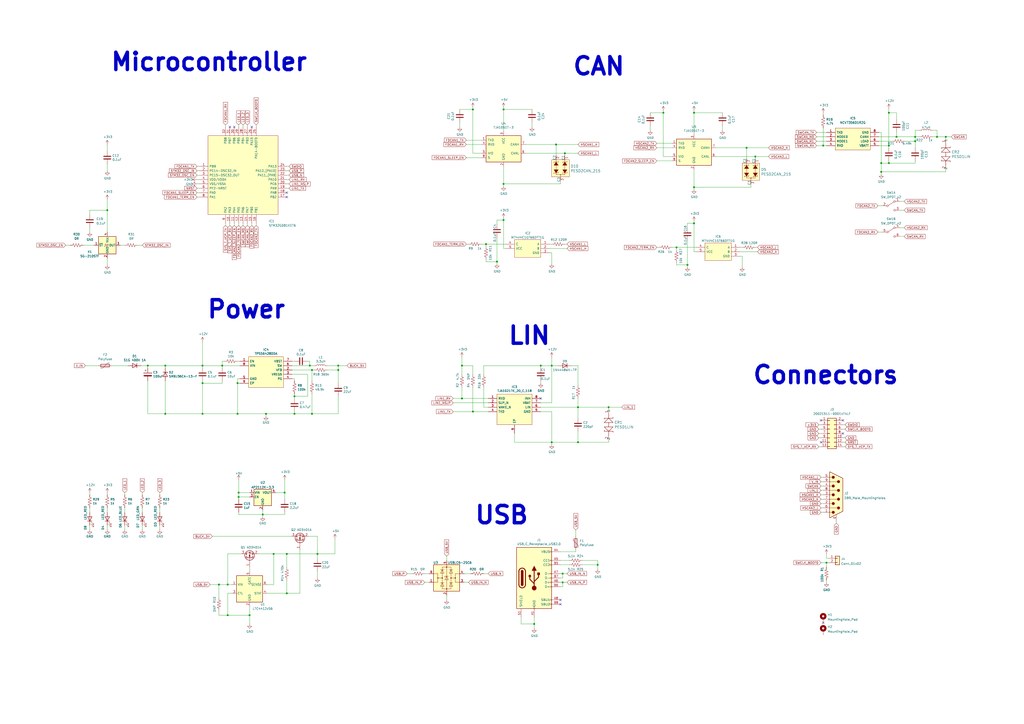
<source format=kicad_sch>
(kicad_sch (version 20211123) (generator eeschema)
  (paper "A2")
  (title_block (title "Budgetcan STM32G0B1xx") (date "2022-11-13") (rev "1.1") (company "http://budgetcan.io"))
  (junction (at 196.215 214.63))
  (junction (at 132.08 339.09))
  (junction (at 292.1 127.635))
  (junction (at 138.43 285.75))
  (junction (at 402.59 65.405))
  (junction (at 530.86 81.915))
  (junction (at 170.815 229.87))
  (junction (at 138.43 288.29))
  (junction (at 548.64 79.375))
  (junction (at 313.69 212.09))
  (junction (at 85.725 212.09))
  (junction (at 346.71 327.66))
  (junction (at 127 339.09))
  (junction (at 398.78 153.67))
  (junction (at 322.58 83.82))
  (junction (at 292.1 63.5))
  (junction (at 196.215 212.09))
  (junction (at 158.75 321.31))
  (junction (at 267.97 231.14))
  (junction (at 166.37 344.17))
  (junction (at 520.065 79.375))
  (junction (at 180.975 240.03))
  (junction (at 320.04 212.09))
  (junction (at 392.43 143.51))
  (junction (at 144.78 356.87))
  (junction (at 511.175 94.615))
  (junction (at 166.37 321.31))
  (junction (at 170.815 240.03))
  (junction (at 326.39 337.82))
  (junction (at 433.07 85.725))
  (junction (at 511.175 99.695))
  (junction (at 438.15 90.805))
  (junction (at 95.885 212.09))
  (junction (at 267.97 212.09))
  (junction (at 515.62 84.455))
  (junction (at 384.81 65.405))
  (junction (at 184.15 321.31))
  (junction (at 137.795 240.03))
  (junction (at 274.32 63.5))
  (junction (at 165.1 285.75))
  (junction (at 543.56 79.375))
  (junction (at 353.06 236.22))
  (junction (at 179.705 212.09))
  (junction (at 281.94 141.605))
  (junction (at 117.475 240.03))
  (junction (at 62.23 121.92))
  (junction (at 288.29 151.765))
  (junction (at 95.885 240.03))
  (junction (at 515.62 65.405))
  (junction (at 327.66 88.9))
  (junction (at 180.975 214.63))
  (junction (at 402.59 129.54))
  (junction (at 152.4 298.45))
  (junction (at 479.425 326.39))
  (junction (at 137.795 222.25))
  (junction (at 132.08 356.87))
  (junction (at 320.04 256.54))
  (junction (at 402.59 108.585))
  (junction (at 335.28 236.22))
  (junction (at 117.475 212.09))
  (junction (at 335.28 256.54))
  (junction (at 309.88 361.95))
  (junction (at 154.305 240.03))
  (junction (at 515.62 94.615))
  (junction (at 326.39 332.74))
  (junction (at 117.475 222.25))
  (junction (at 274.32 238.76))
  (junction (at 477.52 84.455))
  (junction (at 530.86 79.375))
  (junction (at 128.905 212.09))
  (junction (at 292.1 106.68))
  (no_connect (at 476.25 243.84))
  (no_connect (at 325.12 350.52))
  (no_connect (at 166.37 111.76))
  (no_connect (at 166.37 114.3))
  (no_connect (at 146.05 73.66))
  (no_connect (at 135.89 73.66))
  (no_connect (at 133.35 73.66))
  (no_connect (at 325.12 347.98))
  (no_connect (at 477.52 361.315))
  (no_connect (at 476.25 256.54))
  (no_connect (at 313.69 231.14))
  (no_connect (at 488.95 251.46))
  (no_connect (at 488.95 243.84))
  (wire (pts (xy 69.85 142.24) (xy 72.39 142.24)))
  (wire (pts (xy 335.28 212.09) (xy 335.28 223.52)))
  (wire (pts (xy 154.94 344.17) (xy 166.37 344.17)))
  (wire (pts (xy 274.32 212.09) (xy 267.97 212.09)))
  (wire (pts (xy 474.98 259.08) (xy 476.25 259.08)))
  (wire (pts (xy 402.59 129.54) (xy 398.78 129.54)))
  (wire (pts (xy 402.59 108.585) (xy 402.59 109.855)))
  (wire (pts (xy 292.1 127.635) (xy 292.1 144.145)))
  (wire (pts (xy 137.795 219.71) (xy 137.795 222.25)))
  (wire (pts (xy 320.04 238.76) (xy 320.04 256.54)))
  (wire (pts (xy 180.975 228.6) (xy 180.975 240.03)))
  (wire (pts (xy 62.23 304.8) (xy 62.23 307.34)))
  (wire (pts (xy 313.69 236.22) (xy 335.28 236.22)))
  (wire (pts (xy 274.32 63.5) (xy 274.32 88.9)))
  (wire (pts (xy 488.95 254) (xy 490.22 254)))
  (wire (pts (xy 179.07 311.15) (xy 184.15 311.15)))
  (wire (pts (xy 132.08 339.09) (xy 134.62 339.09)))
  (wire (pts (xy 327.66 141.605) (xy 328.93 141.605)))
  (wire (pts (xy 476.25 284.48) (xy 477.52 284.48)))
  (wire (pts (xy 334.01 307.34) (xy 334.01 311.15)))
  (wire (pts (xy 170.815 219.71) (xy 170.815 220.98)))
  (wire (pts (xy 138.43 129.54) (xy 138.43 130.81)))
  (wire (pts (xy 166.37 109.22) (xy 167.64 109.22)))
  (wire (pts (xy 196.215 214.63) (xy 196.215 222.25)))
  (wire (pts (xy 473.71 76.835) (xy 479.425 76.835)))
  (wire (pts (xy 114.3 104.14) (xy 115.57 104.14)))
  (wire (pts (xy 509.27 119.38) (xy 511.81 119.38)))
  (wire (pts (xy 292.1 96.52) (xy 292.1 106.68)))
  (wire (pts (xy 530.86 75.565) (xy 533.4 75.565)))
  (wire (pts (xy 530.86 79.375) (xy 533.4 79.375)))
  (wire (pts (xy 132.08 339.09) (xy 132.08 321.31)))
  (wire (pts (xy 62.23 285.75) (xy 62.23 287.02)))
  (wire (pts (xy 166.37 321.31) (xy 184.15 321.31)))
  (wire (pts (xy 325.12 106.68) (xy 292.1 106.68)))
  (wire (pts (xy 480.695 323.85) (xy 479.425 323.85)))
  (wire (pts (xy 166.37 106.68) (xy 167.64 106.68)))
  (wire (pts (xy 435.61 108.585) (xy 435.61 107.315)))
  (wire (pts (xy 479.425 326.39) (xy 479.425 328.93)))
  (wire (pts (xy 377.19 73.025) (xy 377.19 75.565)))
  (wire (pts (xy 298.45 256.54) (xy 320.04 256.54)))
  (wire (pts (xy 117.475 198.12) (xy 117.475 212.09)))
  (wire (pts (xy 139.065 212.09) (xy 128.905 212.09)))
  (wire (pts (xy 476.25 279.4) (xy 477.52 279.4)))
  (wire (pts (xy 304.8 88.9) (xy 327.66 88.9)))
  (wire (pts (xy 49.53 212.09) (xy 57.15 212.09)))
  (wire (pts (xy 292.1 62.23) (xy 292.1 63.5)))
  (wire (pts (xy 85.725 212.09) (xy 85.725 213.36)))
  (wire (pts (xy 148.59 72.39) (xy 148.59 73.66)))
  (wire (pts (xy 152.4 298.45) (xy 152.4 295.91)))
  (wire (pts (xy 476.25 287.02) (xy 477.52 287.02)))
  (wire (pts (xy 281.94 151.765) (xy 288.29 151.765)))
  (wire (pts (xy 548.64 98.425) (xy 548.64 99.695)))
  (wire (pts (xy 114.3 109.22) (xy 115.57 109.22)))
  (wire (pts (xy 318.77 141.605) (xy 320.04 141.605)))
  (wire (pts (xy 62.23 95.25) (xy 62.23 99.06)))
  (wire (pts (xy 283.21 238.76) (xy 274.32 238.76)))
  (wire (pts (xy 166.37 99.06) (xy 167.64 99.06)))
  (wire (pts (xy 270.51 141.605) (xy 271.78 141.605)))
  (wire (pts (xy 313.69 220.98) (xy 313.69 222.25)))
  (wire (pts (xy 267.97 224.79) (xy 267.97 231.14)))
  (wire (pts (xy 515.62 93.345) (xy 515.62 94.615)))
  (wire (pts (xy 274.32 62.23) (xy 274.32 63.5)))
  (wire (pts (xy 473.71 79.375) (xy 479.425 79.375)))
  (wire (pts (xy 402.59 65.405) (xy 419.1 65.405)))
  (wire (pts (xy 473.71 81.915) (xy 479.425 81.915)))
  (wire (pts (xy 180.975 214.63) (xy 180.975 220.98)))
  (wire (pts (xy 477.52 84.455) (xy 479.425 84.455)))
  (wire (pts (xy 114.3 96.52) (xy 115.57 96.52)))
  (wire (pts (xy 178.435 217.17) (xy 178.435 229.87)))
  (wire (pts (xy 196.215 212.09) (xy 196.215 214.63)))
  (wire (pts (xy 543.56 75.565) (xy 543.56 79.375)))
  (wire (pts (xy 548.64 79.375) (xy 548.64 80.645)))
  (wire (pts (xy 138.43 297.18) (xy 138.43 298.45)))
  (wire (pts (xy 520.065 76.835) (xy 520.065 79.375)))
  (wire (pts (xy 298.45 251.46) (xy 298.45 256.54)))
  (wire (pts (xy 488.95 256.54) (xy 490.22 256.54)))
  (wire (pts (xy 292.1 63.5) (xy 292.1 76.2)))
  (wire (pts (xy 402.59 64.135) (xy 402.59 65.405)))
  (wire (pts (xy 430.53 148.59) (xy 430.53 154.94)))
  (wire (pts (xy 325.12 340.36) (xy 326.39 340.36)))
  (wire (pts (xy 335.28 250.19) (xy 335.28 256.54)))
  (wire (pts (xy 132.08 321.31) (xy 139.7 321.31)))
  (wire (pts (xy 121.92 339.09) (xy 127 339.09)))
  (wire (pts (xy 144.78 351.79) (xy 144.78 356.87)))
  (wire (pts (xy 62.23 149.86) (xy 62.23 153.67)))
  (wire (pts (xy 62.23 115.57) (xy 62.23 121.92)))
  (wire (pts (xy 127 354.33) (xy 127 356.87)))
  (wire (pts (xy 114.3 101.6) (xy 115.57 101.6)))
  (wire (pts (xy 166.37 336.55) (xy 166.37 344.17)))
  (wire (pts (xy 326.39 332.74) (xy 328.93 332.74)))
  (wire (pts (xy 158.75 321.31) (xy 166.37 321.31)))
  (wire (pts (xy 435.61 108.585) (xy 402.59 108.585)))
  (wire (pts (xy 95.885 220.98) (xy 95.885 240.03)))
  (wire (pts (xy 353.06 237.49) (xy 353.06 236.22)))
  (wire (pts (xy 64.77 212.09) (xy 74.295 212.09)))
  (wire (pts (xy 479.425 323.85) (xy 479.425 321.31)))
  (wire (pts (xy 335.28 236.22) (xy 353.06 236.22)))
  (wire (pts (xy 201.295 212.09) (xy 196.215 212.09)))
  (wire (pts (xy 52.07 294.64) (xy 52.07 297.18)))
  (wire (pts (xy 474.98 246.38) (xy 476.25 246.38)))
  (wire (pts (xy 166.37 101.6) (xy 167.64 101.6)))
  (wire (pts (xy 184.15 331.47) (xy 184.15 335.28)))
  (wire (pts (xy 511.81 134.62) (xy 509.27 134.62)))
  (wire (pts (xy 127 339.09) (xy 132.08 339.09)))
  (wire (pts (xy 184.15 311.15) (xy 184.15 321.31)))
  (wire (pts (xy 283.21 236.22) (xy 280.67 236.22)))
  (wire (pts (xy 511.175 94.615) (xy 515.62 94.615)))
  (wire (pts (xy 189.865 212.09) (xy 196.215 212.09)))
  (wire (pts (xy 438.15 92.075) (xy 438.15 90.805)))
  (wire (pts (xy 429.26 143.51) (xy 430.53 143.51)))
  (wire (pts (xy 169.545 209.55) (xy 170.815 209.55)))
  (wire (pts (xy 398.78 139.7) (xy 398.78 153.67)))
  (wire (pts (xy 353.06 236.22) (xy 360.68 236.22)))
  (wire (pts (xy 326.39 340.36) (xy 326.39 337.82)))
  (wire (pts (xy 288.29 137.795) (xy 288.29 151.765)))
  (wire (pts (xy 267.97 212.09) (xy 267.97 207.01)))
  (wire (pts (xy 281.94 141.605) (xy 293.37 141.605)))
  (wire (pts (xy 280.67 236.22) (xy 280.67 224.79)))
  (wire (pts (xy 140.97 72.39) (xy 140.97 73.66)))
  (wire (pts (xy 95.885 212.09) (xy 95.885 213.36)))
  (wire (pts (xy 117.475 213.36) (xy 117.475 212.09)))
  (wire (pts (xy 170.815 229.87) (xy 170.815 231.14)))
  (wire (pts (xy 415.29 85.725) (xy 433.07 85.725)))
  (wire (pts (xy 288.29 127.635) (xy 288.29 130.175)))
  (wire (pts (xy 392.43 143.51) (xy 392.43 144.78)))
  (wire (pts (xy 327.66 90.17) (xy 327.66 88.9)))
  (wire (pts (xy 520.065 79.375) (xy 530.86 79.375)))
  (wire (pts (xy 313.69 212.09) (xy 313.69 213.36)))
  (wire (pts (xy 179.705 209.55) (xy 179.705 212.09)))
  (wire (pts (xy 335.28 231.14) (xy 335.28 236.22)))
  (wire (pts (xy 146.05 129.54) (xy 146.05 130.81)))
  (wire (pts (xy 515.62 65.405) (xy 515.62 62.865)))
  (wire (pts (xy 322.58 83.82) (xy 335.28 83.82)))
  (wire (pts (xy 127 356.87) (xy 132.08 356.87)))
  (wire (pts (xy 117.475 222.25) (xy 128.905 222.25)))
  (wire (pts (xy 152.4 299.72) (xy 152.4 298.45)))
  (wire (pts (xy 392.43 153.67) (xy 398.78 153.67)))
  (wire (pts (xy 269.24 337.82) (xy 271.78 337.82)))
  (wire (pts (xy 515.62 84.455) (xy 515.62 65.405)))
  (wire (pts (xy 152.4 298.45) (xy 165.1 298.45)))
  (wire (pts (xy 143.51 129.54) (xy 143.51 130.81)))
  (wire (pts (xy 476.25 294.64) (xy 477.52 294.64)))
  (wire (pts (xy 524.51 116.84) (xy 521.97 116.84)))
  (wire (pts (xy 170.815 240.03) (xy 154.305 240.03)))
  (wire (pts (xy 274.32 217.17) (xy 274.32 212.09)))
  (wire (pts (xy 267.97 231.14) (xy 262.89 231.14)))
  (wire (pts (xy 490.22 259.08) (xy 488.95 259.08)))
  (wire (pts (xy 92.71 285.75) (xy 92.71 287.02)))
  (wire (pts (xy 196.215 240.03) (xy 196.215 229.87)))
  (wire (pts (xy 82.55 304.8) (xy 82.55 307.34)))
  (wire (pts (xy 165.1 285.75) (xy 165.1 289.56)))
  (wire (pts (xy 139.065 219.71) (xy 137.795 219.71)))
  (wire (pts (xy 474.98 251.46) (xy 476.25 251.46)))
  (wire (pts (xy 335.28 236.22) (xy 335.28 242.57)))
  (wire (pts (xy 337.82 325.12) (xy 346.71 325.12)))
  (wire (pts (xy 335.28 256.54) (xy 320.04 256.54)))
  (wire (pts (xy 280.67 332.74) (xy 283.21 332.74)))
  (wire (pts (xy 384.81 65.405) (xy 384.81 90.805)))
  (wire (pts (xy 398.78 129.54) (xy 398.78 132.08)))
  (wire (pts (xy 402.59 65.405) (xy 402.59 78.105)))
  (wire (pts (xy 389.89 143.51) (xy 392.43 143.51)))
  (wire (pts (xy 402.59 128.27) (xy 402.59 129.54)))
  (wire (pts (xy 132.08 356.87) (xy 144.78 356.87)))
  (wire (pts (xy 433.07 85.725) (xy 445.77 85.725)))
  (wire (pts (xy 127 339.09) (xy 127 346.71)))
  (wire (pts (xy 530.86 79.375) (xy 530.86 75.565)))
  (wire (pts (xy 292.1 144.145) (xy 293.37 144.145)))
  (wire (pts (xy 262.89 233.68) (xy 283.21 233.68)))
  (wire (pts (xy 292.1 63.5) (xy 308.61 63.5)))
  (wire (pts (xy 62.23 121.92) (xy 62.23 134.62)))
  (wire (pts (xy 325.12 332.74) (xy 326.39 332.74)))
  (wire (pts (xy 543.56 79.375) (xy 548.64 79.375)))
  (wire (pts (xy 477.52 65.405) (xy 477.52 66.675)))
  (wire (pts (xy 117.475 240.03) (xy 137.795 240.03)))
  (wire (pts (xy 81.915 212.09) (xy 85.725 212.09)))
  (wire (pts (xy 476.25 289.56) (xy 477.52 289.56)))
  (wire (pts (xy 281.94 141.605) (xy 281.94 142.875)))
  (wire (pts (xy 326.39 335.28) (xy 326.39 332.74)))
  (wire (pts (xy 381 93.345) (xy 389.89 93.345)))
  (wire (pts (xy 135.89 129.54) (xy 135.89 130.81)))
  (wire (pts (xy 476.25 276.86) (xy 477.52 276.86)))
  (wire (pts (xy 48.26 142.24) (xy 54.61 142.24)))
  (wire (pts (xy 178.435 209.55) (xy 179.705 209.55)))
  (wire (pts (xy 52.07 304.8) (xy 52.07 307.34)))
  (wire (pts (xy 170.815 228.6) (xy 170.815 229.87)))
  (wire (pts (xy 530.86 94.615) (xy 530.86 93.345)))
  (wire (pts (xy 476.25 281.94) (xy 477.52 281.94)))
  (wire (pts (xy 179.705 212.09) (xy 182.245 212.09)))
  (wire (pts (xy 548.64 79.375) (xy 551.815 79.375)))
  (wire (pts (xy 137.795 209.55) (xy 139.065 209.55)))
  (wire (pts (xy 52.07 285.75) (xy 52.07 287.02)))
  (wire (pts (xy 144.78 331.47) (xy 144.78 328.93)))
  (wire (pts (xy 82.55 294.64) (xy 82.55 297.18)))
  (wire (pts (xy 137.795 222.25) (xy 137.795 240.03)))
  (wire (pts (xy 166.37 96.52) (xy 167.64 96.52)))
  (wire (pts (xy 166.37 104.14) (xy 167.64 104.14)))
  (wire (pts (xy 515.62 84.455) (xy 515.62 85.725)))
  (wire (pts (xy 92.71 294.64) (xy 92.71 297.18)))
  (wire (pts (xy 313.69 212.09) (xy 320.04 212.09)))
  (wire (pts (xy 154.305 240.03) (xy 137.795 240.03)))
  (wire (pts (xy 281.94 150.495) (xy 281.94 151.765)))
  (wire (pts (xy 165.1 297.18) (xy 165.1 298.45)))
  (wire (pts (xy 138.43 298.45) (xy 152.4 298.45)))
  (wire (pts (xy 138.43 288.29) (xy 138.43 285.75)))
  (wire (pts (xy 148.59 129.54) (xy 148.59 130.81)))
  (wire (pts (xy 402.59 98.425) (xy 402.59 108.585)))
  (wire (pts (xy 149.86 321.31) (xy 158.75 321.31)))
  (wire (pts (xy 128.905 222.25) (xy 128.905 220.98)))
  (wire (pts (xy 325.12 320.04) (xy 334.01 320.04)))
  (wire (pts (xy 326.39 337.82) (xy 328.93 337.82)))
  (wire (pts (xy 160.02 285.75) (xy 165.1 285.75)))
  (wire (pts (xy 138.43 278.13) (xy 138.43 285.75)))
  (wire (pts (xy 515.62 94.615) (xy 530.86 94.615)))
  (wire (pts (xy 318.77 144.145) (xy 328.93 144.145)))
  (wire (pts (xy 238.76 332.74) (xy 236.22 332.74)))
  (wire (pts (xy 530.86 79.375) (xy 530.86 81.915)))
  (wire (pts (xy 346.71 327.66) (xy 337.82 327.66)))
  (wire (pts (xy 169.545 214.63) (xy 180.975 214.63)))
  (wire (pts (xy 525.145 81.915) (xy 530.86 81.915)))
  (wire (pts (xy 85.725 240.03) (xy 95.885 240.03)))
  (wire (pts (xy 144.78 356.87) (xy 144.78 361.95)))
  (wire (pts (xy 392.43 152.4) (xy 392.43 153.67)))
  (wire (pts (xy 485.14 302.26) (xy 485.14 303.53)))
  (wire (pts (xy 114.3 111.76) (xy 115.57 111.76)))
  (wire (pts (xy 259.08 322.58) (xy 259.08 325.12)))
  (wire (pts (xy 334.01 320.04) (xy 334.01 318.77)))
  (wire (pts (xy 320.04 256.54) (xy 320.04 257.81)))
  (wire (pts (xy 511.175 94.615) (xy 511.175 99.695)))
  (wire (pts (xy 279.4 141.605) (xy 281.94 141.605)))
  (wire (pts (xy 477.52 74.295) (xy 477.52 84.455)))
  (wire (pts (xy 82.55 285.75) (xy 82.55 287.02)))
  (wire (pts (xy 138.43 72.39) (xy 138.43 73.66)))
  (wire (pts (xy 128.905 212.09) (xy 128.905 213.36)))
  (wire (pts (xy 166.37 321.31) (xy 166.37 328.93)))
  (wire (pts (xy 274.32 224.79) (xy 274.32 238.76)))
  (wire (pts (xy 320.04 146.685) (xy 320.04 153.035)))
  (wire (pts (xy 524.51 121.92) (xy 521.97 121.92)))
  (wire (pts (xy 117.475 212.09) (xy 128.905 212.09)))
  (wire (pts (xy 158.75 339.09) (xy 158.75 321.31)))
  (wire (pts (xy 389.89 83.185) (xy 381 83.185)))
  (wire (pts (xy 377.19 65.405) (xy 384.81 65.405)))
  (wire (pts (xy 180.975 240.03) (xy 196.215 240.03)))
  (wire (pts (xy 402.59 129.54) (xy 402.59 146.05)))
  (wire (pts (xy 384.81 64.135) (xy 384.81 65.405)))
  (wire (pts (xy 302.26 361.95) (xy 309.88 361.95)))
  (wire (pts (xy 274.32 238.76) (xy 262.89 238.76)))
  (wire (pts (xy 335.28 256.54) (xy 353.06 256.54)))
  (wire (pts (xy 309.88 361.95) (xy 309.88 364.49)))
  (wire (pts (xy 429.26 148.59) (xy 430.53 148.59)))
  (wire (pts (xy 189.865 214.63) (xy 196.215 214.63)))
  (wire (pts (xy 266.7 63.5) (xy 274.32 63.5)))
  (wire (pts (xy 325.12 335.28) (xy 326.39 335.28)))
  (wire (pts (xy 292.1 127.635) (xy 288.29 127.635)))
  (wire (pts (xy 419.1 73.025) (xy 419.1 75.565)))
  (wire (pts (xy 325.12 106.68) (xy 325.12 105.41)))
  (wire (pts (xy 302.26 358.14) (xy 302.26 361.95)))
  (wire (pts (xy 114.3 106.68) (xy 115.57 106.68)))
  (wire (pts (xy 521.97 132.08) (xy 524.51 132.08)))
  (wire (pts (xy 433.07 92.075) (xy 433.07 85.725)))
  (wire (pts (xy 438.15 90.805) (xy 445.77 90.805)))
  (wire (pts (xy 248.92 332.74) (xy 246.38 332.74)))
  (wire (pts (xy 402.59 146.05) (xy 403.86 146.05)))
  (wire (pts (xy 304.8 83.82) (xy 322.58 83.82)))
  (wire (pts (xy 52.07 132.08) (xy 52.07 134.62)))
  (wire (pts (xy 511.175 76.835) (xy 511.175 94.615)))
  (wire (pts (xy 280.67 217.17) (xy 280.67 212.09)))
  (wire (pts (xy 476.25 297.18) (xy 477.52 297.18)))
  (wire (pts (xy 331.47 212.09) (xy 335.28 212.09)))
  (wire (pts (xy 72.39 294.64) (xy 72.39 297.18)))
  (wire (pts (xy 279.4 83.82) (xy 270.51 83.82)))
  (wire (pts (xy 173.99 344.17) (xy 173.99 318.77)))
  (wire (pts (xy 169.545 217.17) (xy 178.435 217.17)))
  (wire (pts (xy 479.425 326.39) (xy 480.695 326.39)))
  (wire (pts (xy 117.475 220.98) (xy 117.475 222.25)))
  (wire (pts (xy 133.35 129.54) (xy 133.35 130.81)))
  (wire (pts (xy 308.61 71.12) (xy 308.61 73.66)))
  (wire (pts (xy 511.175 99.695) (xy 548.64 99.695)))
  (wire (pts (xy 318.77 146.685) (xy 320.04 146.685)))
  (wire (pts (xy 154.305 241.3) (xy 154.305 240.03)))
  (wire (pts (xy 169.545 219.71) (xy 170.815 219.71)))
  (wire (pts (xy 114.3 99.06) (xy 115.57 99.06)))
  (wire (pts (xy 325.12 337.82) (xy 326.39 337.82)))
  (wire (pts (xy 140.97 129.54) (xy 140.97 130.81)))
  (wire (pts (xy 279.4 88.9) (xy 274.32 88.9)))
  (wire (pts (xy 62.23 83.82) (xy 62.23 87.63)))
  (wire (pts (xy 72.39 285.75) (xy 72.39 287.02)))
  (wire (pts (xy 320.04 207.01) (xy 320.04 212.09)))
  (wire (pts (xy 280.67 212.09) (xy 313.69 212.09)))
  (wire (pts (xy 283.21 231.14) (xy 267.97 231.14)))
  (wire (pts (xy 392.43 143.51) (xy 403.86 143.51)))
  (wire (pts (xy 52.07 124.46) (xy 52.07 121.92)))
  (wire (pts (xy 154.94 339.09) (xy 158.75 339.09)))
  (wire (pts (xy 520.065 65.405) (xy 515.62 65.405)))
  (wire (pts (xy 165.1 278.13) (xy 165.1 285.75)))
  (wire (pts (xy 381 143.51) (xy 382.27 143.51)))
  (wire (pts (xy 139.065 222.25) (xy 137.795 222.25)))
  (wire (pts (xy 429.26 146.05) (xy 439.42 146.05)))
  (wire (pts (xy 509.905 76.835) (xy 511.175 76.835)))
  (wire (pts (xy 170.815 229.87) (xy 178.435 229.87)))
  (wire (pts (xy 52.07 121.92) (xy 62.23 121.92)))
  (wire (pts (xy 473.71 84.455) (xy 477.52 84.455)))
  (wire (pts (xy 130.175 209.55) (xy 128.905 209.55)))
  (wire (pts (xy 169.545 212.09) (xy 179.705 212.09)))
  (wire (pts (xy 292.1 106.68) (xy 292.1 107.95)))
  (wire (pts (xy 95.885 240.03) (xy 117.475 240.03)))
  (wire (pts (xy 180.975 214.63) (xy 182.245 214.63)))
  (wire (pts (xy 92.71 304.8) (xy 92.71 307.34)))
  (wire (pts (xy 288.29 151.765) (xy 288.29 153.035)))
  (wire (pts (xy 166.37 344.17) (xy 173.99 344.17)))
  (wire (pts (xy 521.97 137.16) (xy 524.51 137.16)))
  (wire (pts (xy 270.51 91.44) (xy 279.4 91.44)))
  (wire (pts (xy 132.08 344.17) (xy 132.08 356.87)))
  (wire (pts (xy 320.04 212.09) (xy 320.04 233.68)))
  (wire (pts (xy 415.29 90.805) (xy 438.15 90.805)))
  (wire (pts (xy 325.12 325.12) (xy 330.2 325.12)))
  (wire (pts (xy 134.62 344.17) (xy 132.08 344.17)))
  (wire (pts (xy 80.01 142.24) (xy 82.55 142.24)))
  (wire (pts (xy 292.1 126.365) (xy 292.1 127.635)))
  (wire (pts (xy 259.08 345.44) (xy 259.08 347.98)))
  (wire (pts (xy 541.02 75.565) (xy 543.56 75.565)))
  (wire (pts (xy 313.69 233.68) (xy 320.04 233.68)))
  (wire (pts (xy 476.25 326.39) (xy 479.425 326.39)))
  (wire (pts (xy 266.7 71.12) (xy 266.7 73.66)))
  (wire (pts (xy 143.51 72.39) (xy 143.51 73.66)))
  (wire (pts (xy 144.78 288.29) (xy 138.43 288.29)))
  (wire (pts (xy 474.98 248.92) (xy 476.25 248.92)))
  (wire (pts (xy 476.25 292.1) (xy 477.52 292.1)))
  (wire (pts (xy 488.95 246.38) (xy 490.22 246.38)))
  (wire (pts (xy 269.24 332.74) (xy 273.05 332.74)))
  (wire (pts (xy 389.89 85.725) (xy 381 85.725)))
  (wire (pts (xy 138.43 288.29) (xy 138.43 289.56)))
  (wire (pts (xy 309.88 358.14) (xy 309.88 361.95)))
  (wire (pts (xy 313.69 238.76) (xy 320.04 238.76)))
  (wire (pts (xy 541.02 79.375) (xy 543.56 79.375)))
  (wire (pts (xy 398.78 153.67) (xy 398.78 154.94)))
  (wire (pts (xy 325.12 327.66) (xy 330.2 327.66)))
  (wire (pts (xy 170.815 238.76) (xy 170.815 240.03)))
  (wire (pts (xy 346.71 327.66) (xy 346.71 330.2)))
  (wire (pts (xy 353.06 255.27) (xy 353.06 256.54)))
  (wire (pts (xy 38.1 142.24) (xy 40.64 142.24)))
  (wire (pts (xy 117.475 222.25) (xy 117.475 240.03)))
  (wire (pts (xy 509.905 79.375) (xy 520.065 79.375)))
  (wire (pts (xy 184.15 321.31) (xy 194.31 321.31)))
  (wire (pts (xy 248.92 337.82) (xy 246.38 337.82)))
  (wire (pts (xy 72.39 304.8) (xy 72.39 307.34)))
  (wire (pts (xy 128.905 209.55) (xy 128.905 212.09)))
  (wire (pts (xy 114.3 114.3) (xy 115.57 114.3)))
  (wire (pts (xy 488.95 248.92) (xy 490.22 248.92)))
  (wire (pts (xy 322.58 90.17) (xy 322.58 83.82)))
  (wire (pts (xy 138.43 285.75) (xy 144.78 285.75)))
  (wire (pts (xy 279.4 81.28) (xy 270.51 81.28)))
  (wire (pts (xy 327.66 88.9) (xy 335.28 88.9)))
  (wire (pts (xy 180.975 240.03) (xy 170.815 240.03)))
  (wire (pts (xy 194.31 321.31) (xy 194.31 312.42)))
  (wire (pts (xy 474.98 254) (xy 476.25 254)))
  (wire (pts (xy 509.905 81.915) (xy 517.525 81.915)))
  (wire (pts (xy 85.725 212.09) (xy 95.885 212.09)))
  (wire (pts (xy 130.81 129.54) (xy 130.81 130.81)))
  (wire (pts (xy 320.04 212.09) (xy 323.85 212.09)))
  (wire (pts (xy 123.19 311.15) (xy 168.91 311.15)))
  (wire (pts (xy 130.81 72.39) (xy 130.81 73.66)))
  (wire (pts (xy 62.23 294.64) (xy 62.23 297.18)))
  (wire (pts (xy 511.175 99.695) (xy 511.175 100.965)))
  (wire (pts (xy 85.725 220.98) (xy 85.725 240.03)))
  (wire (pts (xy 479.425 336.55) (xy 479.425 337.82)))
  (wire (pts (xy 438.15 143.51) (xy 439.42 143.51)))
  (wire (pts (xy 520.065 69.215) (xy 520.065 65.405)))
  (wire (pts (xy 346.71 325.12) (xy 346.71 327.66)))
  (wire (pts (xy 267.97 217.17) (xy 267.97 212.09)))
  (wire (pts (xy 184.15 321.31) (xy 184.15 323.85)))
  (wire (pts (xy 389.89 90.805) (xy 384.81 90.805)))
  (wire (pts (xy 95.885 212.09) (xy 117.475 212.09)))
  (wire (pts (xy 530.86 81.915) (xy 530.86 85.725)))
  (wire (pts (xy 509.905 84.455) (xy 515.62 84.455)))
  (text "LIN" (at 320.04 200.66 180) (effects (font (size 10.0076 10.0076) (thickness 2.0015) bold) (justify right bottom)))
  (text "Microcontroller" (at 179.07 41.91 180) (effects (font (size 10.0076 10.0076) (thickness 2.0015) bold) (justify right bottom)))
  (text "CAN" (at 363.22 44.45 180) (effects (font (size 10.0076 10.0076) (thickness 2.0015) bold) (justify right bottom)))
  (text "Power" (at 166.37 185.42 180) (effects (font (size 10.0076 10.0076) (thickness 2.0015) bold) (justify right bottom)))
  (text "USB" (at 307.34 304.8 180) (effects (font (size 10.0076 10.0076) (thickness 2.0015) bold) (justify right bottom)))
  (text "Connectors" (at 521.97 223.52 180) (effects (font (size 10.0076 10.0076) (thickness 2.0015) bold) (justify right bottom)))
  (global_label "LED_2" (shape input) (at 140.97 72.39 90) (property "Intersheet References" "${INTERSHEET_REFS}" (effects hide)))
  (global_label "NRST" (shape input) (at 114.3 109.22 180) (property "Intersheet References" "${INTERSHEET_REFS}" (effects hide)))
  (global_label "FDCAN2_SLEEP_EN" (shape input) (at 135.89 130.81 270) (property "Intersheet References" "${INTERSHEET_REFS}" (effects hide)))
  (global_label "SWCAN_TX" (shape input) (at 524.51 121.92 0) (property "Intersheet References" "${INTERSHEET_REFS}" (effects hide)))
  (global_label "FDCAN1_TERM_EN" (shape input) (at 114.3 114.3 180) (property "Intersheet References" "${INTERSHEET_REFS}" (effects hide)))
  (global_label "SWCAN_M0" (shape input) (at 473.71 79.375 180) (property "Intersheet References" "${INTERSHEET_REFS}" (effects hide)))
  (global_label "USB_5V" (shape input) (at 334.01 307.34 90) (property "Intersheet References" "${INTERSHEET_REFS}" (effects hide)))
  (global_label "SWDIO" (shape input) (at 490.22 246.38 0) (property "Intersheet References" "${INTERSHEET_REFS}" (effects hide)))
  (global_label "FDCAN2_SLEEP_EN" (shape input) (at 381 93.345 180) (property "Intersheet References" "${INTERSHEET_REFS}" (effects hide)))
  (global_label "HSCAN1_L" (shape input) (at 476.25 276.86 180) (property "Intersheet References" "${INTERSHEET_REFS}" (effects hide)))
  (global_label "GND" (shape input) (at 476.25 292.1 180) (property "Intersheet References" "${INTERSHEET_REFS}" (effects hide)))
  (global_label "HSCAN2_RX" (shape input) (at 381 85.725 180) (property "Intersheet References" "${INTERSHEET_REFS}" (effects hide)))
  (global_label "FDCAN2_TERM_EN" (shape input) (at 138.43 130.81 270) (property "Intersheet References" "${INTERSHEET_REFS}" (effects hide)))
  (global_label "BUCK_5V" (shape input) (at 201.295 212.09 0) (property "Intersheet References" "${INTERSHEET_REFS}" (effects hide)))
  (global_label "LIN1_RX" (shape input) (at 167.64 104.14 0) (property "Intersheet References" "${INTERSHEET_REFS}" (effects hide)))
  (global_label "FDCAN2_TX" (shape input) (at 509.27 119.38 180) (property "Intersheet References" "${INTERSHEET_REFS}" (effects hide)))
  (global_label "SWCLK_BOOT0" (shape input) (at 490.22 248.92 0) (property "Intersheet References" "${INTERSHEET_REFS}" (effects hide)))
  (global_label "GND" (shape input) (at 474.98 254 180) (property "Intersheet References" "${INTERSHEET_REFS}" (effects hide)))
  (global_label "HSCAN2_H" (shape input) (at 476.25 289.56 180) (property "Intersheet References" "${INTERSHEET_REFS}" (effects hide)))
  (global_label "LED_2" (shape input) (at 82.55 285.75 90) (property "Intersheet References" "${INTERSHEET_REFS}" (effects hide)))
  (global_label "SWCLK_BOOT0" (shape input) (at 148.59 72.39 90) (property "Intersheet References" "${INTERSHEET_REFS}" (effects hide)))
  (global_label "STM32_OSC_IN" (shape input) (at 114.3 99.06 180) (property "Intersheet References" "${INTERSHEET_REFS}" (effects hide)))
  (global_label "SWCAN" (shape input) (at 551.815 79.375 0) (property "Intersheet References" "${INTERSHEET_REFS}" (effects hide)))
  (global_label "USB_5V" (shape input) (at 121.92 339.09 180) (property "Intersheet References" "${INTERSHEET_REFS}" (effects hide)))
  (global_label "SYS_T_VCP_TX" (shape input) (at 490.22 259.08 0) (property "Intersheet References" "${INTERSHEET_REFS}" (effects hide)))
  (global_label "V_IN" (shape input) (at 49.53 212.09 180) (property "Intersheet References" "${INTERSHEET_REFS}" (effects hide)))
  (global_label "SWCLK_BOOT0" (shape input) (at 476.25 326.39 180) (property "Intersheet References" "${INTERSHEET_REFS}" (effects hide)))
  (global_label "HSCAN2_H" (shape input) (at 439.42 146.05 0) (property "Intersheet References" "${INTERSHEET_REFS}" (effects hide)))
  (global_label "LED_3" (shape input) (at 143.51 72.39 90) (property "Intersheet References" "${INTERSHEET_REFS}" (effects hide)))
  (global_label "USB_IN_N" (shape input) (at 271.78 337.82 0) (property "Intersheet References" "${INTERSHEET_REFS}" (effects hide)))
  (global_label "LED_1" (shape input) (at 72.39 285.75 90) (property "Intersheet References" "${INTERSHEET_REFS}" (effects hide)))
  (global_label "SWDIO" (shape input) (at 167.64 96.52 0) (property "Intersheet References" "${INTERSHEET_REFS}" (effects hide)))
  (global_label "+3V3" (shape input) (at 474.98 246.38 180) (property "Intersheet References" "${INTERSHEET_REFS}" (effects hide)))
  (global_label "GND" (shape input) (at 474.98 251.46 180) (property "Intersheet References" "${INTERSHEET_REFS}" (effects hide)))
  (global_label "USB_N" (shape input) (at 283.21 332.74 0) (property "Intersheet References" "${INTERSHEET_REFS}" (effects hide)))
  (global_label "HSCAN2_H" (shape input) (at 445.77 85.725 0) (property "Intersheet References" "${INTERSHEET_REFS}" (effects hide)))
  (global_label "HSCAN2_TX" (shape input) (at 524.51 116.84 0) (property "Intersheet References" "${INTERSHEET_REFS}" (effects hide)))
  (global_label "HSCAN2_TX" (shape input) (at 381 83.185 180) (property "Intersheet References" "${INTERSHEET_REFS}" (effects hide)))
  (global_label "LIN_1" (shape input) (at 360.68 236.22 0) (property "Intersheet References" "${INTERSHEET_REFS}" (effects hide)))
  (global_label "HSCAN1_H" (shape input) (at 328.93 144.145 0) (property "Intersheet References" "${INTERSHEET_REFS}" (effects hide)))
  (global_label "SWCAN_RX" (shape input) (at 473.71 84.455 180) (property "Intersheet References" "${INTERSHEET_REFS}" (effects hide)))
  (global_label "GND" (shape input) (at 485.14 303.53 270) (property "Intersheet References" "${INTERSHEET_REFS}" (effects hide)))
  (global_label "SYS_T_VCP_RX" (shape input) (at 133.35 130.81 270) (property "Intersheet References" "${INTERSHEET_REFS}" (effects hide)))
  (global_label "SWCAN_M1" (shape input) (at 143.51 130.81 270) (property "Intersheet References" "${INTERSHEET_REFS}" (effects hide)))
  (global_label "NRST" (shape input) (at 490.22 256.54 0) (property "Intersheet References" "${INTERSHEET_REFS}" (effects hide)))
  (global_label "SYS_T_VCP_TX" (shape input) (at 130.81 130.81 270) (property "Intersheet References" "${INTERSHEET_REFS}" (effects hide)))
  (global_label "STM32_OSC_IN" (shape input) (at 82.55 142.24 0) (property "Intersheet References" "${INTERSHEET_REFS}" (effects hide)))
  (global_label "LED_1" (shape input) (at 138.43 72.39 90) (property "Intersheet References" "${INTERSHEET_REFS}" (effects hide)))
  (global_label "LIN_1" (shape input) (at 476.25 284.48 180) (property "Intersheet References" "${INTERSHEET_REFS}" (effects hide)))
  (global_label "FDCAN1_RX" (shape input) (at 270.51 83.82 180) (property "Intersheet References" "${INTERSHEET_REFS}" (effects hide)))
  (global_label "FDCAN2_TERM_EN" (shape input) (at 381 143.51 180) (property "Intersheet References" "${INTERSHEET_REFS}" (effects hide)))
  (global_label "USB_IN_P" (shape input) (at 246.38 337.82 180) (property "Intersheet References" "${INTERSHEET_REFS}" (effects hide)))
  (global_label "USB_5V" (shape input) (at 259.08 322.58 90) (property "Intersheet References" "${INTERSHEET_REFS}" (effects hide)))
  (global_label "FDCAN2_RX" (shape input) (at 146.05 130.81 270) (property "Intersheet References" "${INTERSHEET_REFS}" (effects hide)))
  (global_label "HSCAN2_L" (shape input) (at 476.25 294.64 180) (property "Intersheet References" "${INTERSHEET_REFS}" (effects hide)))
  (global_label "HSCAN1_L" (shape input) (at 328.93 141.605 0) (property "Intersheet References" "${INTERSHEET_REFS}" (effects hide)))
  (global_label "FDCAN1_TERM_EN" (shape input) (at 270.51 141.605 180) (property "Intersheet References" "${INTERSHEET_REFS}" (effects hide)))
  (global_label "FDCAN1_TX" (shape input) (at 270.51 81.28 180) (property "Intersheet References" "${INTERSHEET_REFS}" (effects hide)))
  (global_label "GND" (shape input) (at 490.22 254 0) (property "Intersheet References" "${INTERSHEET_REFS}" (effects hide)))
  (global_label "LIN1_TX" (shape input) (at 262.89 238.76 180) (property "Intersheet References" "${INTERSHEET_REFS}" (effects hide)))
  (global_label "FDCAN2_TX" (shape input) (at 148.59 130.81 270) (property "Intersheet References" "${INTERSHEET_REFS}" (effects hide)))
  (global_label "USB_P" (shape input) (at 236.22 332.74 180) (property "Intersheet References" "${INTERSHEET_REFS}" (effects hide)))
  (global_label "HSCAN2_L" (shape input) (at 445.77 90.805 0) (property "Intersheet References" "${INTERSHEET_REFS}" (effects hide)))
  (global_label "FDCAN1_RX" (shape input) (at 130.81 72.39 90) (property "Intersheet References" "${INTERSHEET_REFS}" (effects hide)))
  (global_label "SWCAN_M0" (shape input) (at 140.97 130.81 270) (property "Intersheet References" "${INTERSHEET_REFS}" (effects hide)))
  (global_label "FDCAN1_SLEEP_EN" (shape input) (at 270.51 91.44 180) (property "Intersheet References" "${INTERSHEET_REFS}" (effects hide)))
  (global_label "LIN1_NSLP" (shape input) (at 262.89 233.68 180) (property "Intersheet References" "${INTERSHEET_REFS}" (effects hide)))
  (global_label "USB_N" (shape input) (at 167.64 101.6 0) (property "Intersheet References" "${INTERSHEET_REFS}" (effects hide)))
  (global_label "STM32_OSC_EN" (shape input) (at 114.3 101.6 180) (property "Intersheet References" "${INTERSHEET_REFS}" (effects hide)))
  (global_label "LIN1_TX" (shape input) (at 167.64 109.22 0) (property "Intersheet References" "${INTERSHEET_REFS}" (effects hide)))
  (global_label "USB_IN_N" (shape input) (at 328.93 332.74 0) (property "Intersheet References" "${INTERSHEET_REFS}" (effects hide)))
  (global_label "LIN1_RX" (shape input) (at 262.89 231.14 180) (property "Intersheet References" "${INTERSHEET_REFS}" (effects hide)))
  (global_label "SWCAN_TX" (shape input) (at 473.71 76.835 180) (property "Intersheet References" "${INTERSHEET_REFS}" (effects hide)))
  (global_label "FDCAN1_TX" (shape input) (at 114.3 96.52 180) (property "Intersheet References" "${INTERSHEET_REFS}" (effects hide)))
  (global_label "LIN1_NSLP" (shape input) (at 167.64 106.68 0) (property "Intersheet References" "${INTERSHEET_REFS}" (effects hide)))
  (global_label "HSCAN1_L" (shape input) (at 335.28 88.9 0) (property "Intersheet References" "${INTERSHEET_REFS}" (effects hide)))
  (global_label "LED_3" (shape input) (at 92.71 285.75 90) (property "Intersheet References" "${INTERSHEET_REFS}" (effects hide)))
  (global_label "STM32_OSC_EN" (shape input) (at 38.1 142.24 180) (property "Intersheet References" "${INTERSHEET_REFS}" (effects hide)))
  (global_label "HSCAN2_RX" (shape input) (at 524.51 132.08 0) (property "Intersheet References" "${INTERSHEET_REFS}" (effects hide)))
  (global_label "USB_P" (shape input) (at 167.64 99.06 0) (property "Intersheet References" "${INTERSHEET_REFS}" (effects hide)))
  (global_label "USB_IN_P" (shape input) (at 328.93 337.82 0) (property "Intersheet References" "${INTERSHEET_REFS}" (effects hide)))
  (global_label "GND" (shape input) (at 476.25 297.18 180) (property "Intersheet References" "${INTERSHEET_REFS}" (effects hide)))
  (global_label "HSCAN1_H" (shape input) (at 335.28 83.82 0) (property "Intersheet References" "${INTERSHEET_REFS}" (effects hide)))
  (global_label "SWCAN" (shape input) (at 476.25 281.94 180) (property "Intersheet References" "${INTERSHEET_REFS}" (effects hide)))
  (global_label "FDCAN2_RX" (shape input) (at 509.27 134.62 180) (property "Intersheet References" "${INTERSHEET_REFS}" (effects hide)))
  (global_label "SWCAN_RX" (shape input) (at 524.51 137.16 0) (property "Intersheet References" "${INTERSHEET_REFS}" (effects hide)))
  (global_label "SYS_T_VCP_RX" (shape input) (at 474.98 259.08 180) (property "Intersheet References" "${INTERSHEET_REFS}" (effects hide)))
  (global_label "SWCAN_M1" (shape input) (at 473.71 81.915 180) (property "Intersheet References" "${INTERSHEET_REFS}" (effects hide)))
  (global_label "BUCK_5V" (shape input) (at 123.19 311.15 180) (property "Intersheet References" "${INTERSHEET_REFS}" (effects hide)))
  (global_label "HSCAN1_H" (shape input) (at 476.25 287.02 180) (property "Intersheet References" "${INTERSHEET_REFS}" (effects hide)))
  (global_label "V_IN" (shape input) (at 476.25 279.4 180) (property "Intersheet References" "${INTERSHEET_REFS}" (effects hide)))
  (global_label "HSCAN2_L" (shape input) (at 439.42 143.51 0) (property "Intersheet References" "${INTERSHEET_REFS}" (effects hide)))
  (global_label "FDCAN1_SLEEP_EN" (shape input) (at 114.3 111.76 180) (property "Intersheet References" "${INTERSHEET_REFS}" (effects hide)))
  (global_label "GND" (shape input) (at 474.98 248.92 180) (property "Intersheet References" "${INTERSHEET_REFS}" (effects hide)))
  (symbol (lib_id "Device:R_US") (at 52.07 290.83 180) (unit 1)
    (property "Reference" "R29" (at 53.7972 289.6616 0) (effects (justify right)))
    (property "Value" "1k" (at 53.7972 291.973 0) (effects (justify right)))
    (property "Footprint" "Resistor_SMD:R_0603_1608Metric" (effects hide))
    (property "LCSC Part #" "C21190" (effects hide))
    (property "Digi-Key_PN" "311-1.00KHRCT-ND" (effects hide))
    (property "Manufacturer_Part_Number" "RC0603FR-071KL" (effects hide))
  )
  (symbol (lib_id "power:GND") (at 479.425 337.82 0) (unit 1)
    (property "Reference" "#PWR0112" (effects hide))
    (property "Value" "GND" (at 479.552 342.2142 0))
  )
  (symbol (lib_id "Device:R_US") (at 479.425 332.74 0) (mirror y) (unit 1)
    (property "Reference" "R1" (at 476.885 330.2 90))
    (property "Value" "100k" (at 476.885 335.28 90))
    (property "Footprint" "Resistor_SMD:R_0603_1608Metric" (effects hide))
    (property "LCSC Part #" "C25803" (effects hide))
    (property "Digi-Key_PN" "311-100KHRCT-ND" (effects hide))
    (property "Manufacturer_Part_Number" "RC0603FR-07100KL" (effects hide))
  )
  (symbol (lib_id "Interface_CAN_LIN:TJA1051T-3") (at 292.1 86.36 0) (unit 1)
    (property "Reference" "U4" (at 292.1 71.6026 0))
    (property "Value" "TJA1051T-3" (at 292.1 73.914 0))
    (property "Footprint" "Package_SO:SOIC-8_3.9x4.9mm_P1.27mm" (effects hide))
    (property "Datasheet" "http://www.nxp.com/documents/data_sheet/TJA1051.pdf" (effects hide))
    (property "LCSC Part #" "C38695" (effects hide))
  )
  (symbol (lib_id "Power_Management:LTC4412xS6") (at 144.78 341.63 0) (unit 1)
    (property "Reference" "U1" (at 152.4 350.52 0))
    (property "Value" "LTC4412xS6" (at 152.4 353.06 0))
    (property "Footprint" "Package_TO_SOT_SMD:TSOT-23-6" (effects hide))
    (property "Datasheet" "https://www.analog.com/media/en/technical-documentation/data-sheets/4412fb.pdf" (effects hide))
    (property "LCSC Part #" "C521306" (effects hide))
    (property "Digi-Key_PN" "505-LTC4412ES6#TRPBFCT-ND" (effects hide))
    (property "Manufacturer_Part_Number" "LTC4412xS6" (effects hide))
  )
  (symbol (lib_id "Switch:SW_DPDT_x2") (at 516.89 119.38 0) (unit 1)
    (property "Reference" "SW1" (at 516.89 111.76 0))
    (property "Value" "SW_DPDT_x2" (at 516.89 114.3 0))
    (property "Footprint" "Button_Switch_SMD:SW_DPDT_CK_JS202011JCQN" (effects hide))
    (property "Digi-Key_PN" "CKN10723CT-ND" (effects hide))
    (property "LCSC Part #" "C221665" (effects hide))
    (property "Manufacturer_Part_Number" "JS202011JCQN" (effects hide))
  )
  (symbol (lib_id "power:+3V3") (at 114.3 104.14 90) (unit 1)
    (property "Reference" "#PWR0111" (effects hide))
    (property "Value" "+3V3" (at 109.22 104.14 90))
  )
  (symbol (lib_id "power:GND") (at 62.23 153.67 0) (unit 1)
    (property "Reference" "#PWR0145" (effects hide))
    (property "Value" "GND" (at 62.357 158.0642 0))
  )
  (symbol (lib_id "power:GND") (at 419.1 75.565 0) (unit 1)
    (property "Reference" "#PWR0133" (effects hide))
    (property "Value" "GND" (at 419.227 79.9592 0))
  )
  (symbol (lib_id "power:+3V3") (at 384.81 64.135 0) (unit 1)
    (property "Reference" "#PWR0135" (effects hide))
    (property "Value" "+3V3" (at 385.191 59.7408 0))
  )
  (symbol (lib_id "power:+12V") (at 52.07 285.75 0) (unit 1)
    (property "Reference" "#PWR0142" (effects hide))
    (property "Value" "+12V" (at 52.451 281.3558 0))
  )
  (symbol (lib_id "power:GND") (at 62.23 99.06 0) (unit 1)
    (property "Reference" "#PWR0167" (effects hide))
    (property "Value" "GND" (at 62.357 103.4542 0))
  )
  (symbol (lib_id "Oscillator:SG-210STF") (at 62.23 142.24 0) (unit 1)
    (property "Reference" "X1" (at 52.07 146.05 0))
    (property "Value" "SG-210STF" (at 52.07 148.59 0))
    (property "Footprint" "Oscillator:Oscillator_SMD_SeikoEpson_SG210-4Pin_2.5x2.0mm" (effects hide))
    (property "Datasheet" "https://support.epson.biz/td/api/doc_check.php?mode=dl&lang=en&Parts=SG-210STF" (effects hide))
    (property "Digi-Key_PN" "50-ECS-2520MVLC-080-BN-CT-ND" (effects hide))
    (property "LCSC Part #" "C387448" (effects hide))
  )
  (symbol (lib_id "power:GND") (at 62.23 307.34 0) (unit 1)
    (property "Reference" "#PWR0116" (effects hide))
    (property "Value" "GND" (at 62.23 311.15 0))
  )
  (symbol (lib_id "power:GND") (at 114.3 106.68 270) (unit 1)
    (property "Reference" "#PWR0107" (effects hide))
    (property "Value" "GND" (at 109.9058 106.807 90))
  )
  (symbol (lib_id "Device:C") (at 308.61 67.31 180) (unit 1)
    (property "Reference" "C24" (at 315.0108 67.31 90))
    (property "Value" "0.1uF" (at 312.6994 67.31 90))
    (property "Footprint" "Capacitor_SMD:C_0603_1608Metric" (effects hide))
    (property "LCSC Part #" "C14663" (effects hide))
    (property "Digi-Key_PN" "311-1341-1-ND" (effects hide))
    (property "Manufacturer_Part_Number" "CC0603KRX7R8BB104" (effects hide))
  )
  (symbol (lib_id "power:GND") (at 52.07 307.34 0) (unit 1)
    (property "Reference" "#PWR0141" (effects hide))
    (property "Value" "GND" (at 52.07 311.15 0))
  )
  (symbol (lib_id "Device:LED") (at 82.55 300.99 90) (unit 1)
    (property "Reference" "D7" (at 80.01 303.53 0) (effects (justify right)))
    (property "Value" "LED_GRN" (at 80.01 293.37 0) (effects (justify right)))
    (property "Footprint" "LED_SMD:LED_0603_1608Metric" (effects hide))
    (property "LCSC Part #" "C72043" (effects hide))
    (property "Digi-Key_PN" "475-3754-1-ND" (effects hide))
    (property "Manufacturer_Part_Number" "LG Q396-PS-35" (effects hide))
  )
  (symbol (lib_id "Device:R_US") (at 44.45 142.24 270) (unit 1)
    (property "Reference" "R30" (at 44.45 135.89 90))
    (property "Value" "0R" (at 44.45 138.43 90))
    (property "Footprint" "Resistor_SMD:R_0402_1005Metric" (effects hide))
    (property "Digi-Key_PN" "CR0402AJ/-000GASCT-ND" (effects hide))
    (property "LCSC Part #" "C15402" (effects hide))
  )
  (symbol (lib_id "Device:D") (at 78.105 212.09 180) (unit 1)
    (property "Reference" "D1" (at 78.105 206.5782 0))
    (property "Value" "S1G 400V 1A" (at 78.105 208.8896 0))
    (property "Footprint" "Diode_SMD:D_SMA" (effects hide))
    (property "LCSC Part #" "C412437" (effects hide))
    (property "Digi-Key_PN" "S1GFSCT-ND" (effects hide))
    (property "Manufacturer_Part_Number" "S1G" (effects hide))
  )
  (symbol (lib_id "STM32G0B1KET6:STM32G0B1KET6") (at 115.57 96.52 0) (unit 1)
    (property "Reference" "IC1" (at 157.48 128.27 0))
    (property "Value" "STM32G0B1KET6" (at 163.83 130.81 0))
    (property "Footprint" "Package_QFP:LQFP-32_7x7mm_P0.8mm" (effects hide))
    (property "Datasheet" "https://www.mouser.de/datasheet/2/389/stm32g0b1ke-2042098.pdf" (effects hide))
    (property "Description" "ARM Microcontrollers - MCU Mainstream Arm Cortex-M0+ 32-bit MCU, up to 512KB Flash, 144KB RAM, 6x USART" (effects hide))
    (property "Height" "1.6" (effects hide))
    (property "Mouser Part Number" "511-STM32G0B1KET6" (effects hide))
    (property "Mouser Price/Stock" "https://www.mouser.co.uk/ProductDetail/STMicroelectronics/STM32G0B1KET6?qs=pUKx8fyJudDvKPGNK0V8WQ%3D%3D" (effects hide))
    (property "Manufacturer_Name" "STMicroelectronics" (effects hide))
    (property "Manufacturer_Part_Number" "STM32G0B1KET6" (effects hide))
    (property "Digi-Key_PN" "497-STM32G0B1KET6-ND" (effects hide))
    (property "LCSC Part #" "C3223248" (effects hide))
  )
  (symbol (lib_id "Device:C") (at 174.625 209.55 270) (unit 1)
    (property "Reference" "C8" (at 174.625 203.1492 90))
    (property "Value" "0.1uF" (at 174.625 205.4606 90))
    (property "Footprint" "Capacitor_SMD:C_0603_1608Metric" (effects hide))
    (property "LCSC Part #" "C14663" (effects hide))
    (property "Digi-Key_PN" "311-1341-1-ND" (effects hide))
    (property "Manufacturer_Part_Number" "CC0603KRX7R8BB104" (effects hide))
  )
  (symbol (lib_id "Device:C") (at 530.86 89.535 180) (unit 1)
    (property "Reference" "C13" (at 537.2608 89.535 90))
    (property "Value" "100pF" (at 534.9494 89.535 90))
    (property "Footprint" "Capacitor_SMD:C_0805_2012Metric" (effects hide))
    (property "LCSC Part #" "C14663" (effects hide))
    (property "Digi-Key_PN" "311-1341-1-ND" (effects hide))
    (property "Manufacturer_Part_Number" "CC0603KRX7R8BB104" (effects hide))
  )
  (symbol (lib_id "power:+3V3") (at 402.59 128.27 0) (unit 1)
    (property "Reference" "#PWR0138" (effects hide))
    (property "Value" "+3V3" (at 402.971 123.8758 0))
  )
  (symbol (lib_id "Device:R_US") (at 434.34 143.51 90) (unit 1)
    (property "Reference" "R28" (at 431.8 140.97 90))
    (property "Value" "120R" (at 436.88 140.97 90))
    (property "Footprint" "Resistor_SMD:R_0603_1608Metric" (effects hide))
    (property "LCSC Part #" "C22787" (effects hide))
    (property "Digi-Key_PN" "311-120HRCT-ND" (effects hide))
    (property "Manufacturer_Part_Number" "RC0603FR-07120RL" (effects hide))
  )
  (symbol (lib_id "power:GND") (at 288.29 153.035 0) (unit 1)
    (property "Reference" "#PWR0129" (effects hide))
    (property "Value" "GND" (at 288.417 157.4292 0))
  )
  (symbol (lib_id "Switch:SW_DPDT_x2") (at 516.89 134.62 0) (unit 2)
    (property "Reference" "SW1" (at 516.89 127 0))
    (property "Value" "SW_DPDT_x2" (at 516.89 129.54 0))
    (property "Footprint" "Button_Switch_SMD:SW_DPDT_CK_JS202011JCQN" (effects hide))
    (property "Digi-Key_PN" "CKN10723CT-ND" (effects hide))
    (property "LCSC Part #" "C221665" (effects hide))
    (property "Manufacturer_Part_Number" "JS202011JCQN" (effects hide))
  )
  (symbol (lib_id "Device:D_Zener") (at 95.885 217.17 270) (unit 1)
    (property "Reference" "D2" (at 97.917 216.0016 90) (effects (justify left)))
    (property "Value" "SMBJ36CA-13-F" (at 97.917 218.313 90) (effects (justify left)))
    (property "Footprint" "Diode_SMD:D_SMB" (effects hide))
    (property "LCSC Part #" "C78421" (effects hide))
    (property "Digi-Key_PN" "SMBJ36CA-FDICT-ND" (effects hide))
    (property "Manufacturer_Part_Number" "SMBJ36CA-13-F" (effects hide))
  )
  (symbol (lib_id "power:GND") (at 266.7 73.66 0) (unit 1)
    (property "Reference" "#PWR0106" (effects hide))
    (property "Value" "GND" (at 266.827 78.0542 0))
  )
  (symbol (lib_id "Device:R_US") (at 76.2 142.24 270) (unit 1)
    (property "Reference" "R31" (at 76.2 135.89 90))
    (property "Value" "0R" (at 76.2 138.43 90))
    (property "Footprint" "Resistor_SMD:R_0402_1005Metric" (effects hide))
    (property "Digi-Key_PN" "CR0402AJ/-000GASCT-ND" (effects hide))
    (property "LCSC Part #" "C15402" (effects hide))
  )
  (symbol (lib_id "Device:C") (at 165.1 293.37 0) (unit 1)
    (property "Reference" "C18" (at 168.021 292.2016 0) (effects (justify left)))
    (property "Value" "2.2uF" (at 168.021 294.513 0) (effects (justify left)))
    (property "Footprint" "Capacitor_SMD:C_0603_1608Metric" (effects hide))
    (property "LCSC Part #" "C14663" (effects hide))
    (property "Digi-Key_PN" "311-1784-1-ND" (effects hide))
    (property "Manufacturer_Part_Number" "CC0603KRX7R8BB104" (effects hide))
  )
  (symbol (lib_id "Device:R_US") (at 127 350.52 0) (unit 1)
    (property "Reference" "R10" (at 124.46 347.98 90))
    (property "Value" "DNP" (at 124.46 353.06 90))
    (property "Footprint" "Resistor_SMD:R_0402_1005Metric" (effects hide))
  )
  (symbol (lib_id "Device:C") (at 266.7 67.31 0) (unit 1)
    (property "Reference" "C21" (at 260.2992 67.31 90))
    (property "Value" "0.1uF" (at 262.6106 67.31 90))
    (property "Footprint" "Capacitor_SMD:C_0603_1608Metric" (effects hide))
    (property "LCSC Part #" "C14663" (effects hide))
    (property "Digi-Key_PN" "311-1341-1-ND" (effects hide))
    (property "Manufacturer_Part_Number" "CC0603KRX7R8BB104" (effects hide))
  )
  (symbol (lib_id "power:GND") (at 52.07 134.62 0) (unit 1)
    (property "Reference" "#PWR0143" (effects hide))
    (property "Value" "GND" (at 52.197 139.0142 0))
  )
  (symbol (lib_id "Device:LED") (at 52.07 300.99 90) (unit 1)
    (property "Reference" "D8" (at 49.53 304.8 0) (effects (justify right)))
    (property "Value" "LED_RED" (at 49.53 293.37 0) (effects (justify right)))
    (property "Footprint" "LED_SMD:LED_0603_1608Metric" (effects hide))
    (property "LCSC Part #" "C2286" (effects hide))
    (property "Digi-Key_PN" "475-2512-1-ND" (effects hide))
    (property "Manufacturer_Part_Number" "LS Q976-NR-1" (effects hide))
  )
  (symbol (lib_id "power:GND") (at 184.15 335.28 0) (unit 1)
    (property "Reference" "#PWR0130" (effects hide))
    (property "Value" "GND" (at 184.277 339.6742 0))
  )
  (symbol (lib_id "power:GND") (at 430.53 154.94 0) (unit 1)
    (property "Reference" "#PWR0125" (effects hide))
    (property "Value" "GND" (at 430.657 159.3342 0))
  )
  (symbol (lib_id "Connector:USB_C_Receptacle_USB2.0") (at 309.88 335.28 0) (unit 1)
    (property "Reference" "J1" (at 312.5978 313.2582 0))
    (property "Value" "USB_C_Receptacle_USB2.0" (at 312.5978 315.5696 0))
    (property "Footprint" "Connector_USB:USB_C_Receptacle_GCT_USB4085" (effects hide))
    (property "Datasheet" "https://www.usb.org/sites/default/files/documents/usb_type-c.zip" (effects hide))
    (property "Digi-Key_PN" "2073-USB4085-GF-ACT-ND" (effects hide))
    (property "Manufacturer_Part_Number" "USB4085-GF-A" (effects hide))
  )
  (symbol (lib_id "Device:R_US") (at 82.55 290.83 180) (unit 1)
    (property "Reference" "R7" (at 84.2772 289.6616 0) (effects (justify right)))
    (property "Value" "1k" (at 84.2772 291.973 0) (effects (justify right)))
    (property "Footprint" "Resistor_SMD:R_0603_1608Metric" (effects hide))
    (property "LCSC Part #" "C21190" (effects hide))
    (property "Digi-Key_PN" "311-1.00KHRCT-ND" (effects hide))
    (property "Manufacturer_Part_Number" "RC0603FR-071KL" (effects hide))
  )
  (symbol (lib_id "Device:LED") (at 72.39 300.99 90) (unit 1)
    (property "Reference" "D6" (at 69.85 303.53 0) (effects (justify right)))
    (property "Value" "LED_BLUE" (at 69.85 293.37 0) (effects (justify right)))
    (property "Footprint" "LED_SMD:LED_0603_1608Metric" (effects hide))
    (property "LCSC Part #" "C72041" (effects hide))
    (property "Digi-Key_PN" "475-2815-1-ND" (effects hide))
    (property "Manufacturer_Part_Number" "LB Q39E-N1OO-35-1" (effects hide))
  )
  (symbol (lib_id "Connector_Generic:Conn_02x07_Odd_Even") (at 481.33 251.46 0) (unit 1)
    (property "Reference" "J3" (at 482.6 237.49 0))
    (property "Value" "20021511-00014T4LF" (at 482.6 240.03 0))
    (property "Footprint" "Connector_PinHeader_1.27mm:PinHeader_2x07_P1.27mm_Vertical" (effects hide))
    (property "Description" "14 Position, High Reliability Header Strips, 0.050&quot; pitch" (effects hide))
    (property "Mouser Part Number" "200-FTSH10701LDK" (effects hide))
    (property "Mouser Price/Stock" "https://www.mouser.co.uk/ProductDetail/Samtec/FTSH-107-01-L-D-K?qs=%252BZP6%2F%252BtExtDf9U3LcTl7MA%3D%3D" (effects hide))
    (property "Manufacturer_Name" "SAMTEC" (effects hide))
    (property "Manufacturer_Part_Number" "FTSH-107-01-L-D-K" (effects hide))
    (property "Digi-Key_PN" "612-FTSH-107-01-L-D-K-ND" (effects hide))
  )
  (symbol (lib_id "power:+3V3") (at 292.1 126.365 0) (unit 1)
    (property "Reference" "#PWR0110" (effects hide))
    (property "Value" "+3V3" (at 292.481 121.9708 0))
  )
  (symbol (lib_id "Device:CP") (at 85.725 217.17 0) (unit 1)
    (property "Reference" "C3" (at 88.7222 216.0016 0) (effects (justify left)))
    (property "Value" "100uF" (at 88.7222 218.313 0) (effects (justify left)))
    (property "Footprint" "Capacitor_SMD:CP_Elec_6.3x7.7" (effects hide))
    (property "LCSC Part #" "C127971" (effects hide))
    (property "Digi-Key_PN" "565-2549-1-ND" (effects hide))
    (property "Manufacturer_Part_Number" "EMZA250ADA101MF80G" (effects hide))
  )
  (symbol (lib_id "Mechanical:MountingHole_Pad") (at 477.52 365.76 0) (unit 1)
    (property "Reference" "H2" (at 480.06 363.5815 0) (effects (justify left)))
    (property "Value" "MountingHole_Pad" (at 480.06 366.3566 0) (effects (justify left)))
    (property "Footprint" "MountingHole:MountingHole_3.2mm_M3_Pad_TopBottom" (effects hide))
  )
  (symbol (lib_id "dk_TVS-Diodes:PESD2CAN_215") (at 325.12 97.79 270) (unit 1)
    (property "Reference" "D10" (at 330.9112 96.4438 90) (effects (font (size 1.524 1.524)) (justify left)))
    (property "Value" "PESD2CAN_215" (at 330.9112 99.1362 90) (effects (font (size 1.524 1.524)) (justify left)))
    (property "Footprint" "Package_TO_SOT_SMD:SOT-23" (effects hide))
    (property "Datasheet" "https://assets.nexperia.com/documents/data-sheet/PESD2CAN.pdf" (effects hide))
    (property "Digi-Key_PN" "1727-3891-1-ND" (effects hide))
    (property "MPN" "PESD2CAN,215" (effects hide))
    (property "Category" "Circuit Protection" (effects hide))
    (property "Family" "TVS - Diodes" (effects hide))
    (property "DK_Datasheet_Link" "https://assets.nexperia.com/documents/data-sheet/PESD2CAN.pdf" (effects hide))
    (property "DK_Detail_Page" "/product-detail/en/nexperia-usa-inc/PESD2CAN,215/1727-3891-1-ND/1589996" (effects hide))
    (property "Description" "TVS DIODE 24V 41V SOT23" (effects hide))
    (property "Manufacturer" "Nexperia USA Inc." (effects hide))
    (property "Status" "Active" (effects hide))
    (property "LCSC Part #" "C75176" (effects hide))
    (property "Manufacturer_Part_Number" "PESD2CAN,215" (effects hide))
  )
  (symbol (lib_id "2020-09-15_17-09-21:PESD1LIN") (at 353.06 237.49 270) (unit 1)
    (property "Reference" "CR1" (at 356.3366 245.0338 90) (effects (font (size 1.524 1.524)) (justify left)))
    (property "Value" "PESD1LIN" (at 356.3366 247.7262 90) (effects (font (size 1.524 1.524)) (justify left)))
    (property "Footprint" "Diode_SMD:D_SOD-323_HandSoldering" (effects hide))
    (property "LCSC Part #" "C2831530" (effects hide))
    (property "Digi-Key_PN" "1727-1225-1-ND" (effects hide))
    (property "Manufacturer_Part_Number" "PESD1LIN,135" (effects hide))
  )
  (symbol (lib_id "Device:R_US") (at 92.71 290.83 180) (unit 1)
    (property "Reference" "R23" (at 94.4372 289.6616 0) (effects (justify right)))
    (property "Value" "1k" (at 94.4372 291.973 0) (effects (justify right)))
    (property "Footprint" "Resistor_SMD:R_0603_1608Metric" (effects hide))
    (property "LCSC Part #" "C21190" (effects hide))
    (property "Digi-Key_PN" "311-1.00KHRCT-ND" (effects hide))
    (property "Manufacturer_Part_Number" "RC0603FR-071KL" (effects hide))
  )
  (symbol (lib_id "Connector:DB9_Male_MountingHoles") (at 485.14 287.02 0) (unit 1)
    (property "Reference" "J2" (at 489.712 286.1115 0) (effects (justify left)))
    (property "Value" "DB9_Male_MountingHoles" (at 489.712 288.8866 0) (effects (justify left)))
    (property "Footprint" "Connector_Dsub:DSUB-9_Male_Horizontal_P2.77x2.84mm_EdgePinOffset4.94mm_Housed_MountingHolesOffset7.48mm" (effects hide))
    (property "Datasheet" " ~" (effects hide))
  )
  (symbol (lib_id "Device:Polyfuse") (at 60.96 212.09 90) (unit 1)
    (property "Reference" "F2" (at 60.96 205.74 90))
    (property "Value" "Polyfuse" (at 60.96 208.28 90))
    (property "Footprint" "Fuse:Fuse_1812_4532Metric" (effects hide))
    (property "Digi-Key_PN" "507-2074-1-ND" (effects hide))
    (property "LCSC Part #" "C269145" (effects hide))
    (property "Manufacturer_Part_Number" "0ZCG0200AF2B" (effects hide))
  )
  (symbol (lib_id "Device:L") (at 186.055 212.09 90) (unit 1)
    (property "Reference" "L1" (at 186.055 207.264 90))
    (property "Value" "3.3uH" (at 186.055 209.5754 90))
    (property "Footprint" "Inductor_SMD:L_Taiyo-Yuden_NR-50xx" (effects hide))
    (property "LCSC Part #" "C167908" (effects hide))
    (property "Digi-Key_PN" "587-2371-1-ND" (effects hide))
  )
  (symbol (lib_id "Device:C") (at 184.15 327.66 0) (unit 1)
    (property "Reference" "C20" (at 186.69 326.39 0) (effects (justify left)))
    (property "Value" "22uF" (at 186.69 328.93 0) (effects (justify left)))
    (property "Footprint" "Capacitor_SMD:C_1206_3216Metric" (effects hide))
    (property "LCSC Part #" "C12891" (effects hide))
    (property "Digi-Key_PN" "587-3328-1-ND" (effects hide))
    (property "Manufacturer_Part_Number" "EMK316ABJ226ML-T" (effects hide))
  )
  (symbol (lib_id "Regulator_Linear:AP2112K-3.3") (at 152.4 288.29 0) (unit 1)
    (property "Reference" "U2" (at 152.4 279.8785 0))
    (property "Value" "AP2112K-3.3" (at 152.4 282.6536 0))
    (property "Footprint" "Package_TO_SOT_SMD:SOT-23-5" (effects hide))
    (property "Datasheet" "https://www.diodes.com/assets/Datasheets/AP2112.pdf" (effects hide))
    (property "LCSC Part #" "C51118" (effects hide))
    (property "Digi-Key_PN" "AP2112K-3.3TRG1DICT-ND" (effects hide))
    (property "Manufacturer_Part_Number" "AP2112K-3.3" (effects hide))
  )
  (symbol (lib_id "Device:C") (at 117.475 217.17 0) (unit 1)
    (property "Reference" "C5" (at 120.396 216.0016 0) (effects (justify left)))
    (property "Value" "0.1uF" (at 120.396 218.313 0) (effects (justify left)))
    (property "Footprint" "Capacitor_SMD:C_0603_1608Metric" (effects hide))
    (property "LCSC Part #" "C14663" (effects hide))
    (property "Digi-Key_PN" "311-1341-1-ND" (effects hide))
    (property "Manufacturer_Part_Number" "CC0603KRX7R8BB104" (effects hide))
  )
  (symbol (lib_id "Device:R_US") (at 267.97 220.98 180) (unit 1)
    (property "Reference" "R2" (at 265.43 223.52 90))
    (property "Value" "4.7k" (at 265.43 218.44 90))
    (property "Footprint" "Resistor_SMD:R_0603_1608Metric" (effects hide))
    (property "LCSC Part #" "C23162" (effects hide))
    (property "Digi-Key_PN" "311-4.7KGRCT-ND" (effects hide))
    (property "Manufacturer_Part_Number" "RC0603JR-074K7L" (effects hide))
  )
  (symbol (lib_id "Device:C") (at 520.065 73.025 180) (unit 1)
    (property "Reference" "C11" (at 526.4658 73.025 90))
    (property "Value" "100pF" (at 524.1544 73.025 90))
    (property "Footprint" "Capacitor_SMD:C_0805_2012Metric" (effects hide))
    (property "LCSC Part #" "C14663" (effects hide))
    (property "Digi-Key_PN" "311-1341-1-ND" (effects hide))
    (property "Manufacturer_Part_Number" "CC0603KRX7R8BB104" (effects hide))
  )
  (symbol (lib_id "power:GND") (at 402.59 109.855 0) (unit 1)
    (property "Reference" "#PWR0137" (effects hide))
    (property "Value" "GND" (at 402.717 114.2492 0))
  )
  (symbol (lib_id "power:+5V") (at 402.59 64.135 0) (unit 1)
    (property "Reference" "#PWR0134" (effects hide))
    (property "Value" "+5V" (at 402.971 59.7408 0))
  )
  (symbol (lib_id "Device:LED") (at 92.71 300.99 90) (unit 1)
    (property "Reference" "D3" (at 90.17 302.895 0) (effects (justify right)))
    (property "Value" "LED_RED" (at 90.17 293.37 0) (effects (justify right)))
    (property "Footprint" "LED_SMD:LED_0603_1608Metric" (effects hide))
    (property "LCSC Part #" "C2286" (effects hide))
    (property "Digi-Key_PN" "475-2512-1-ND" (effects hide))
    (property "Manufacturer_Part_Number" "LS Q976-NR-1" (effects hide))
  )
  (symbol (lib_id "Device:R_US") (at 335.28 227.33 180) (unit 1)
    (property "Reference" "R17" (at 332.74 229.87 90))
    (property "Value" "1k" (at 332.74 224.79 90))
    (property "Footprint" "Resistor_SMD:R_0603_1608Metric" (effects hide))
    (property "LCSC Part #" "C21190" (effects hide))
    (property "Digi-Key_PN" "311-1.00KHRCT-ND" (effects hide))
    (property "Manufacturer_Part_Number" "RC0603FR-071KL" (effects hide))
  )
  (symbol (lib_id "Device:C") (at 52.07 128.27 0) (unit 1)
    (property "Reference" "C19" (at 55.88 126.9999 0) (effects (justify left)))
    (property "Value" "0.1uF" (at 55.88 129.5399 0) (effects (justify left)))
    (property "Footprint" "Capacitor_SMD:C_0402_1005Metric" (effects hide))
    (property "Digi-Key_PN" "1276-1002-1-ND" (effects hide))
    (property "LCSC Part #" "C41851" (effects hide))
  )
  (symbol (lib_id "power:+3V3") (at 62.23 115.57 0) (unit 1)
    (property "Reference" "#PWR0144" (effects hide))
    (property "Value" "+3V3" (at 62.611 111.1758 0))
  )
  (symbol (lib_id "power:GND") (at 292.1 107.95 0) (unit 1)
    (property "Reference" "#PWR0146" (effects hide))
    (property "Value" "GND" (at 292.227 112.3442 0))
  )
  (symbol (lib_id "Device:R_US") (at 170.815 224.79 0) (unit 1)
    (property "Reference" "R8" (at 172.5422 223.6216 0) (effects (justify left)))
    (property "Value" "100k" (at 172.5422 225.933 0) (effects (justify left)))
    (property "Footprint" "Resistor_SMD:R_0603_1608Metric" (effects hide))
    (property "LCSC Part #" "C25803" (effects hide))
    (property "Digi-Key_PN" "311-100KHRCT-ND" (effects hide))
    (property "Manufacturer_Part_Number" "RC0603FR-07100KL" (effects hide))
  )
  (symbol (lib_id "Device:C") (at 419.1 69.215 180) (unit 1)
    (property "Reference" "C17" (at 425.5008 69.215 90))
    (property "Value" "0.1uF" (at 423.1894 69.215 90))
    (property "Footprint" "Capacitor_SMD:C_0603_1608Metric" (effects hide))
    (property "LCSC Part #" "C14663" (effects hide))
    (property "Digi-Key_PN" "311-1341-1-ND" (effects hide))
    (property "Manufacturer_Part_Number" "CC0603KRX7R8BB104" (effects hide))
  )
  (symbol (lib_id "Device:R_US") (at 72.39 290.83 180) (unit 1)
    (property "Reference" "R6" (at 74.1172 289.6616 0) (effects (justify right)))
    (property "Value" "1k" (at 74.1172 291.973 0) (effects (justify right)))
    (property "Footprint" "Resistor_SMD:R_0603_1608Metric" (effects hide))
    (property "LCSC Part #" "C21190" (effects hide))
    (property "Digi-Key_PN" "311-1.00KHRCT-ND" (effects hide))
    (property "Manufacturer_Part_Number" "RC0603FR-071KL" (effects hide))
  )
  (symbol (lib_id "Mechanical:MountingHole_Pad") (at 477.52 358.775 0) (unit 1)
    (property "Reference" "H1" (at 480.06 356.5965 0) (effects (justify left)))
    (property "Value" "MountingHole_Pad" (at 480.06 359.3716 0) (effects (justify left)))
    (property "Footprint" "MountingHole:MountingHole_3.2mm_M3_Pad_TopBottom" (effects hide))
  )
  (symbol (lib_id "Device:C") (at 515.62 89.535 180) (unit 1)
    (property "Reference" "C10" (at 522.0208 89.535 90))
    (property "Value" "0.1uF" (at 519.7094 89.535 90))
    (property "Footprint" "Capacitor_SMD:C_0603_1608Metric" (effects hide))
    (property "LCSC Part #" "C14663" (effects hide))
    (property "Digi-Key_PN" "311-1341-1-ND" (effects hide))
    (property "Manufacturer_Part_Number" "CC0603KRX7R8BB104" (effects hide))
  )
  (symbol (lib_id "SamacSys_Parts:TPS56428DDA") (at 139.065 209.55 0) (unit 1)
    (property "Reference" "IC4" (at 154.305 202.819 0))
    (property "Value" "TPS56428DDA" (at 154.305 205.1304 0))
    (property "Footprint" "Package_SO:HSOP-8-1EP_3.9x4.9mm_P1.27mm_EP2.41x3.1mm_ThermalVias" (effects hide))
    (property "Datasheet" "http://www.ti.com/lit/gpn/TPS56428" (effects hide))
    (property "Description" "4.5V to 18V Input, 4-A Synchronous Step-Down Converter with Advanced Eco-mode" (effects hide))
    (property "Height" "1.7" (effects hide))
    (property "Mouser Part Number" "595-TPS56428DDA" (effects hide))
    (property "Mouser Price/Stock" "https://www.mouser.co.uk/ProductDetail/Texas-Instruments/TPS56428DDA?qs=n38Wlrh4b4b5KEwe2MA4%252BA%3D%3D" (effects hide))
    (property "Manufacturer_Name" "Texas Instruments" (effects hide))
    (property "Manufacturer_Part_Number" "TPS56428DDA" (effects hide))
    (property "LCSC Part #" "C86168" (effects hide))
    (property "Digi-Key_PN" "296-35856-1-ND" (effects hide))
  )
  (symbol (lib_id "Device:Polyfuse") (at 334.01 314.96 0) (unit 1)
    (property "Reference" "F1" (at 336.2452 313.7916 0) (effects (justify left)))
    (property "Value" "Polyfuse" (at 336.2452 316.103 0) (effects (justify left)))
    (property "Footprint" "Fuse:Fuse_0805_2012Metric" (effects hide))
    (property "LCSC Part #" "C369150" (effects hide))
    (property "Digi-Key_PN" "507-1812-1-ND" (effects hide))
    (property "Manufacturer_Part_Number" "0ZCK0035FF2G" (effects hide))
  )
  (symbol (lib_id "power:+3V3") (at 274.32 62.23 0) (unit 1)
    (property "Reference" "#PWR0152" (effects hide))
    (property "Value" "+3V3" (at 274.701 57.8358 0))
  )
  (symbol (lib_id "Device:R_US") (at 276.86 332.74 90) (unit 1)
    (property "Reference" "R20" (at 274.32 330.2 90))
    (property "Value" "0R" (at 279.4 330.2 90))
    (property "Footprint" "Resistor_SMD:R_0603_1608Metric" (effects hide))
    (property "LCSC Part #" "C21189" (effects hide))
    (property "Digi-Key_PN" "311-0.0GRCT-ND" (effects hide))
    (property "Manufacturer_Part_Number" "RC0603JR-070RL" (effects hide))
  )
  (symbol (lib_id "power:+3.3V") (at 165.1 278.13 0) (unit 1)
    (property "Reference" "#PWR0120" (effects hide))
    (property "Value" "+3.3V" (at 165.481 273.7358 0))
  )
  (symbol (lib_id "Interface_CAN_LIN:TJA1051T-3") (at 402.59 88.265 0) (unit 1)
    (property "Reference" "U5" (at 402.59 73.5076 0))
    (property "Value" "TJA1051T-3" (at 402.59 75.819 0))
    (property "Footprint" "Package_SO:SOIC-8_3.9x4.9mm_P1.27mm" (effects hide))
    (property "Datasheet" "http://www.nxp.com/documents/data_sheet/TJA1051.pdf" (effects hide))
    (property "LCSC Part #" "C38695" (effects hide))
  )
  (symbol (lib_id "Device:R_US") (at 334.01 325.12 270) (unit 1)
    (property "Reference" "R24" (at 336.55 322.58 90))
    (property "Value" "5.1k" (at 331.47 322.58 90))
    (property "Footprint" "Resistor_SMD:R_0603_1608Metric" (effects hide))
    (property "LCSC Part #" "C23186" (effects hide))
    (property "Digi-Key_PN" "311-5.1KGRCT-ND" (effects hide))
    (property "Manufacturer_Part_Number" "RC0603JR-075K1L" (effects hide))
  )
  (symbol (lib_id "power:GND") (at 320.04 153.035 0) (unit 1)
    (property "Reference" "#PWR0128" (effects hide))
    (property "Value" "GND" (at 320.167 157.4292 0))
  )
  (symbol (lib_id "power:GND") (at 346.71 330.2 0) (unit 1)
    (property "Reference" "#PWR0139" (effects hide))
    (property "Value" "GND" (at 346.837 334.5942 0))
  )
  (symbol (lib_id "Device:R_US") (at 280.67 220.98 180) (unit 1)
    (property "Reference" "R16" (at 278.13 223.52 90))
    (property "Value" "33k" (at 278.13 218.44 90))
    (property "Footprint" "Resistor_SMD:R_0603_1608Metric" (effects hide))
    (property "LCSC Part #" "C4216" (effects hide))
    (property "Digi-Key_PN" "311-33.2KHRCT-ND" (effects hide))
    (property "Manufacturer_Part_Number" "RC0603FR-0733K2L" (effects hide))
  )
  (symbol (lib_id "Device:R_US") (at 386.08 143.51 90) (unit 1)
    (property "Reference" "R26" (at 383.54 146.05 90))
    (property "Value" "1k" (at 388.62 146.05 90))
    (property "Footprint" "Resistor_SMD:R_0603_1608Metric" (effects hide))
    (property "LCSC Part #" "C21190" (effects hide))
    (property "Digi-Key_PN" "311-1.00KHRCT-ND" (effects hide))
    (property "Manufacturer_Part_Number" "RC0603FR-071KL" (effects hide))
  )
  (symbol (lib_id "power:GND") (at 511.175 100.965 0) (unit 1)
    (property "Reference" "#PWR0114" (effects hide))
    (property "Value" "GND" (at 511.302 105.3592 0))
  )
  (symbol (lib_id "Device:R_US") (at 537.21 79.375 270) (unit 1)
    (property "Reference" "R22" (at 535.305 81.28 90) (effects (justify right)))
    (property "Value" "1k" (at 541.02 81.28 90) (effects (justify right)))
    (property "Footprint" "Resistor_SMD:R_1206_3216Metric" (effects hide))
    (property "LCSC Part #" "C21190" (effects hide))
    (property "Digi-Key_PN" "311-1.00KFRCT-ND" (effects hide))
    (property "Manufacturer_Part_Number" "RC0603FR-071KL" (effects hide))
  )
  (symbol (lib_id "Device:C") (at 128.905 217.17 0) (unit 1)
    (property "Reference" "C6" (at 131.826 216.0016 0) (effects (justify left)))
    (property "Value" "10uF" (at 131.826 218.313 0) (effects (justify left)))
    (property "Footprint" "Capacitor_SMD:C_1206_3216Metric" (effects hide))
    (property "LCSC Part #" "C13585" (effects hide))
    (property "Digi-Key_PN" "1276-3107-1-ND" (effects hide))
    (property "Manufacturer_Part_Number" "CL31B106KQHNFNE" (effects hide))
  )
  (symbol (lib_id "Device:C") (at 398.78 135.89 0) (unit 1)
    (property "Reference" "C16" (at 397.51 134.62 90) (effects (justify left)))
    (property "Value" "0.1uF" (at 397.51 142.24 90) (effects (justify left)))
    (property "Footprint" "Capacitor_SMD:C_0603_1608Metric" (effects hide))
    (property "LCSC Part #" "C14663" (effects hide))
    (property "Digi-Key_PN" "311-1341-1-ND" (effects hide))
    (property "Manufacturer_Part_Number" "CC0603KRX7R8BB104" (effects hide))
  )
  (symbol (lib_id "power:GND") (at 144.78 361.95 0) (unit 1)
    (property "Reference" "#PWR0126" (effects hide))
    (property "Value" "GND" (at 144.907 366.3442 0))
  )
  (symbol (lib_id "Device:C") (at 313.69 217.17 0) (unit 1)
    (property "Reference" "C1" (at 313.69 214.63 0) (effects (justify left)))
    (property "Value" "0.1uF" (at 313.69 219.71 0) (effects (justify left)))
    (property "Footprint" "Capacitor_SMD:C_0603_1608Metric" (effects hide))
    (property "LCSC Part #" "C14663" (effects hide))
    (property "Digi-Key_PN" "311-1341-1-ND" (effects hide))
    (property "Manufacturer_Part_Number" "CC0603KRX7R8BB104" (effects hide))
  )
  (symbol (lib_id "Device:R_US") (at 180.975 224.79 0) (unit 1)
    (property "Reference" "R13" (at 182.7022 223.6216 0) (effects (justify left)))
    (property "Value" "49.9k" (at 182.7022 225.933 0) (effects (justify left)))
    (property "Footprint" "Resistor_SMD:R_0603_1608Metric" (effects hide))
    (property "LCSC Part #" "C23184" (effects hide))
    (property "Digi-Key_PN" "13-AF0603FR-0749K9LCT-ND" (effects hide))
    (property "Manufacturer_Part_Number" "AF0603FR-0749K9L" (effects hide))
  )
  (symbol (lib_id "SamacSys_Parts:TH8056KDC-A8") (at 479.425 76.835 0) (unit 1)
    (property "Reference" "IC5" (at 494.665 68.58 0))
    (property "Value" "NCV7356D1R2G" (at 494.665 71.12 0))
    (property "Footprint" "Package_SO:SOIC-8_3.9x4.9mm_P1.27mm" (effects hide))
    (property "Datasheet" "https://www.melexis.com/-/media/files/documents/datasheets/th8056-datasheet-melexis.pdf" (effects hide))
    (property "Description" "Melexis TH8056KDC-A8, CAN Transceiver 100kbit/s 1-channel CAN 2.0, 8-Pin SOIC" (effects hide))
    (property "Height" "1.72" (effects hide))
    (property "Manufacturer_Name" "Melexis" (effects hide))
    (property "Manufacturer_Part_Number" "TH8056KDC-A8" (effects hide))
    (property "Digi-Key_PN" "NCV7356D1R2GOSCT-ND" (effects hide))
    (property "LCSC Part #" "C235992" (effects hide))
  )
  (symbol (lib_id "Connector_Generic:Conn_01x02") (at 485.775 323.85 0) (unit 1)
    (property "Reference" "J4" (at 487.807 324.2115 0) (effects (justify left)))
    (property "Value" "Conn_01x02" (at 487.807 326.9866 0) (effects (justify left)))
    (property "Footprint" "Connector_PinHeader_2.54mm:PinHeader_1x02_P2.54mm_Vertical" (effects hide))
  )
  (symbol (lib_id "power:+12V") (at 117.475 198.12 0) (unit 1)
    (property "Reference" "#PWR0118" (effects hide))
    (property "Value" "+12V" (at 117.856 193.7258 0))
  )
  (symbol (lib_id "power:GND") (at 308.61 73.66 0) (unit 1)
    (property "Reference" "#PWR0153" (effects hide))
    (property "Value" "GND" (at 308.737 78.0542 0))
  )
  (symbol (lib_id "Device:C") (at 62.23 91.44 0) (unit 1)
    (property "Reference" "C12" (at 65.151 90.2716 0) (effects (justify left)))
    (property "Value" "0.1uF" (at 65.151 92.583 0) (effects (justify left)))
    (property "Footprint" "Capacitor_SMD:C_0603_1608Metric" (effects hide))
    (property "LCSC Part #" "C14663" (effects hide))
    (property "Digi-Key_PN" "311-1341-1-ND" (effects hide))
    (property "Manufacturer_Part_Number" "CC0603KRX7R8BB104" (effects hide))
  )
  (symbol (lib_id "Device:R_US") (at 334.01 327.66 270) (unit 1)
    (property "Reference" "R25" (at 336.55 330.2 90))
    (property "Value" "5.1k" (at 331.47 330.2 90))
    (property "Footprint" "Resistor_SMD:R_0603_1608Metric" (effects hide))
    (property "LCSC Part #" "C23186" (effects hide))
    (property "Digi-Key_PN" "311-5.1KGRCT-ND" (effects hide))
    (property "Manufacturer_Part_Number" "RC0603JR-075K1L" (effects hide))
  )
  (symbol (lib_id "Power_Protection:USBLC6-2SC6") (at 259.08 335.28 0) (unit 1)
    (property "Reference" "U3" (at 252.73 326.39 0))
    (property "Value" "USBLC6-2SC6" (at 266.7 326.39 0))
    (property "Footprint" "Package_TO_SOT_SMD:SOT-23-6" (effects hide))
    (property "Datasheet" "https://www.st.com/resource/en/datasheet/usblc6-2.pdf" (effects hide))
    (property "LCSC Part #" "C2687116" (effects hide))
    (property "Digi-Key_PN" "497-5235-1-ND" (effects hide))
    (property "Manufacturer_Part_Number" "USBLC6-2SC6" (effects hide))
  )
  (symbol (lib_id "Device:L") (at 537.21 75.565 90) (unit 1)
    (property "Reference" "L2" (at 537.21 71.0905 90))
    (property "Value" "47uH" (at 537.21 73.8656 90))
    (property "Footprint" "Inductor_SMD:L_0805_2012Metric" (effects hide))
    (property "Digi-Key_PN" "490-4031-1-ND" (effects hide))
    (property "LCSC Part #" "C86087" (effects hide))
  )
  (symbol (lib_id "Device:R_US") (at 521.335 81.915 270) (unit 1)
    (property "Reference" "R21" (at 518.795 83.185 90) (effects (justify right)))
    (property "Value" "6.49k" (at 528.955 83.185 90) (effects (justify right)))
    (property "Footprint" "Resistor_SMD:R_1206_3216Metric" (effects hide))
    (property "Digi-Key_PN" "P6.49KFCT-ND" (effects hide))
  )
  (symbol (lib_id "Device:R_US") (at 242.57 332.74 90) (unit 1)
    (property "Reference" "R15" (at 240.03 330.2 90))
    (property "Value" "0R" (at 245.11 330.2 90))
    (property "Footprint" "Resistor_SMD:R_0603_1608Metric" (effects hide))
    (property "LCSC Part #" "C21189" (effects hide))
    (property "Digi-Key_PN" "311-0.0GRCT-ND" (effects hide))
    (property "Manufacturer_Part_Number" "RC0603JR-070RL" (effects hide))
  )
  (symbol (lib_id "Transistor_FET:AO3401A") (at 144.78 323.85 90) (unit 1)
    (property "Reference" "Q1" (at 140.97 317.5 90))
    (property "Value" "AO3401A" (at 147.32 317.5 90))
    (property "Footprint" "Package_TO_SOT_SMD:SOT-23" (effects hide))
    (property "Datasheet" "http://www.aosmd.com/pdfs/datasheet/AO3401A.pdf" (effects hide))
    (property "LCSC Part #" "C15127" (effects hide))
    (property "Digi-Key_PN" "785-AOSS21311CCT-ND" (effects hide))
  )
  (symbol (lib_id "Device:D") (at 327.66 212.09 180) (unit 1)
    (property "Reference" "D9" (at 327.66 209.55 0))
    (property "Value" "‎1N4448WX-TP‎" (at 327.66 214.63 0))
    (property "Footprint" "Diode_SMD:D_SOD-323_HandSoldering" (effects hide))
    (property "Digi-Key_PN" "1N4448WXTPMSCT-ND" (effects hide))
    (property "Manufacturer_Part_Number" "‎1N4448WX-TP‎" (effects hide))
  )
  (symbol (lib_id "power:GND") (at 259.08 347.98 0) (unit 1)
    (property "Reference" "#PWR0123" (effects hide))
    (property "Value" "GND" (at 259.207 352.3742 0))
  )
  (symbol (lib_id "dk_TVS-Diodes:PESD2CAN_215") (at 435.61 99.695 270) (unit 1)
    (property "Reference" "D5" (at 441.4012 98.3488 90) (effects (font (size 1.524 1.524)) (justify left)))
    (property "Value" "PESD2CAN_215" (at 441.4012 101.0412 90) (effects (font (size 1.524 1.524)) (justify left)))
    (property "Footprint" "Package_TO_SOT_SMD:SOT-23" (effects hide))
    (property "Datasheet" "https://assets.nexperia.com/documents/data-sheet/PESD2CAN.pdf" (effects hide))
    (property "Digi-Key_PN" "1727-3891-1-ND" (effects hide))
    (property "MPN" "PESD2CAN,215" (effects hide))
    (property "Category" "Circuit Protection" (effects hide))
    (property "Family" "TVS - Diodes" (effects hide))
    (property "DK_Datasheet_Link" "https://assets.nexperia.com/documents/data-sheet/PESD2CAN.pdf" (effects hide))
    (property "DK_Detail_Page" "/product-detail/en/nexperia-usa-inc/PESD2CAN,215/1727-3891-1-ND/1589996" (effects hide))
    (property "Description" "TVS DIODE 24V 41V SOT23" (effects hide))
    (property "Manufacturer" "Nexperia USA Inc." (effects hide))
    (property "Status" "Active" (effects hide))
    (property "LCSC Part #" "C75176" (effects hide))
    (property "Manufacturer_Part_Number" "PESD2CAN,215" (effects hide))
  )
  (symbol (lib_id "Device:R_US") (at 275.59 141.605 90) (unit 1)
    (property "Reference" "R9" (at 273.05 144.145 90))
    (property "Value" "1k" (at 278.13 144.145 90))
    (property "Footprint" "Resistor_SMD:R_0603_1608Metric" (effects hide))
    (property "LCSC Part #" "C21190" (effects hide))
    (property "Digi-Key_PN" "311-1.00KHRCT-ND" (effects hide))
    (property "Manufacturer_Part_Number" "RC0603FR-071KL" (effects hide))
  )
  (symbol (lib_id "power:GND") (at 72.39 307.34 0) (unit 1)
    (property "Reference" "#PWR0117" (effects hide))
    (property "Value" "GND" (at 72.39 311.15 0))
  )
  (symbol (lib_id "SamacSys_Parts:SN74LVC1G66QDCKRQ1") (at 318.77 141.605 0) (mirror y) (unit 1)
    (property "Reference" "IC2" (at 306.07 135.255 0))
    (property "Value" "M74VHC1GT66DTT1G" (at 306.07 137.795 0))
    (property "Footprint" "Package_TO_SOT_SMD:SOT-353_SC-70-5" (effects hide))
    (property "Datasheet" "http://www.ti.com/lit/gpn/sn74lvc1g66-q1" (effects hide))
    (property "Description" "Automotive Catalog Single Analog Switch" (effects hide))
    (property "Height" "1.1" (effects hide))
    (property "Mouser Part Number" "595-LVC1G66QDCKRQ1" (effects hide))
    (property "Mouser Price/Stock" "https://www.mouser.co.uk/ProductDetail/Texas-Instruments/SN74LVC1G66QDCKRQ1?qs=pajgIaoyDUhMU131%252BNzplA%3D%3D" (effects hide))
    (property "Manufacturer_Name" "Texas Instruments" (effects hide))
    (property "Manufacturer_Part_Number" "SN74LVC1G66QDCKRQ1" (effects hide))
    (property "LCSC Part #" "C2673183" (effects hide))
    (property "Digi-Key_PN" "296-24277-1-ND" (effects hide))
  )
  (symbol (lib_id "power:GND") (at 313.69 222.25 0) (unit 1)
    (property "Reference" "#PWR0101" (effects hide))
    (property "Value" "GND" (at 313.817 226.6442 0))
  )
  (symbol (lib_id "Transistor_FET:AO3401A") (at 173.99 313.69 90) (unit 1)
    (property "Reference" "Q2" (at 170.18 307.34 90))
    (property "Value" "AO3401A" (at 176.53 307.34 90))
    (property "Footprint" "Package_TO_SOT_SMD:SOT-23" (effects hide))
    (property "Datasheet" "http://www.aosmd.com/pdfs/datasheet/AO3401A.pdf" (effects hide))
    (property "LCSC Part #" "C15127" (effects hide))
    (property "Digi-Key_PN" "785-AOSS21311CCT-ND" (effects hide))
  )
  (symbol (lib_id "power:GND") (at 320.04 257.81 0) (unit 1)
    (property "Reference" "#PWR0103" (effects hide))
    (property "Value" "GND" (at 320.167 262.2042 0))
  )
  (symbol (lib_id "2020-09-15_17-09-21:PESD1LIN") (at 548.64 80.645 270) (unit 1)
    (property "Reference" "CR2" (at 551.9166 88.1888 90) (effects (font (size 1.524 1.524)) (justify left)))
    (property "Value" "PESD1LIN" (at 551.9166 90.8812 90) (effects (font (size 1.524 1.524)) (justify left)))
    (property "Footprint" "Diode_SMD:D_SOD-323_HandSoldering" (effects hide))
    (property "LCSC Part #" "C2831530" (effects hide))
    (property "Digi-Key_PN" "1727-1225-1-ND" (effects hide))
    (property "Manufacturer_Part_Number" "PESD1LIN,135" (effects hide))
  )
  (symbol (lib_id "power:GND") (at 92.71 307.34 0) (unit 1)
    (property "Reference" "#PWR0119" (effects hide))
    (property "Value" "GND" (at 92.71 311.15 0))
  )
  (symbol (lib_id "Device:R_US") (at 133.985 209.55 270) (unit 1)
    (property "Reference" "R3" (at 133.985 204.343 90))
    (property "Value" "10k" (at 133.985 206.6544 90))
    (property "Footprint" "Resistor_SMD:R_0603_1608Metric" (effects hide))
    (property "LCSC Part #" "C25804" (effects hide))
    (property "Digi-Key_PN" "311-10.0KHRCT-ND" (effects hide))
    (property "Manufacturer_Part_Number" "RC0603FR-0710KL" (effects hide))
  )
  (symbol (lib_id "Device:R_US") (at 477.52 70.485 180) (unit 1)
    (property "Reference" "R19" (at 479.2472 69.3166 0) (effects (justify right)))
    (property "Value" "4.7k" (at 479.2472 71.628 0) (effects (justify right)))
    (property "Footprint" "Resistor_SMD:R_0603_1608Metric" (effects hide))
    (property "LCSC Part #" "C23162" (effects hide))
    (property "Digi-Key_PN" "311-4.7KGRCT-ND" (effects hide))
    (property "Manufacturer_Part_Number" "RC0603JR-074K7L" (effects hide))
  )
  (symbol (lib_id "SamacSys_Parts:TJA1021TK_20_C,118") (at 283.21 231.14 0) (unit 1)
    (property "Reference" "IC3" (at 298.45 224.409 0))
    (property "Value" "TJA1021TK_20_C,118" (at 298.45 226.7204 0))
    (property "Footprint" "Package_SON:HVSON-8-1EP_3x3mm_P0.65mm_EP1.6x2.4mm" (effects hide))
    (property "Datasheet" "http://www.nxp.com/docs/en/data-sheet/TJA1021.pdf" (effects hide))
    (property "Description" "LIN Transceivers Transceiver 8-Pin" (effects hide))
    (property "Height" "1" (effects hide))
    (property "Mouser Part Number" "771-TJA1021TK20C1" (effects hide))
    (property "Mouser Price/Stock" "https://www.mouser.co.uk/ProductDetail/NXP-Semiconductors/TJA1021TK-20-C118?qs=%252Bht5v4P1sSe9ZGMVi%252Bc%252B7g%3D%3D" (effects hide))
    (property "Manufacturer_Name" "NXP" (effects hide))
    (property "Manufacturer_Part_Number" "TJA1021TK/20/C,118" (effects hide))
    (property "LCSC Part #" "C515597" (effects hide))
    (property "Digi-Key_PN" "568-8676-1-ND" (effects hide))
  )
  (symbol (lib_id "Device:R_US") (at 62.23 290.83 180) (unit 1)
    (property "Reference" "R5" (at 63.9572 289.6616 0) (effects (justify right)))
    (property "Value" "1k" (at 63.9572 291.973 0) (effects (justify right)))
    (property "Footprint" "Resistor_SMD:R_0603_1608Metric" (effects hide))
    (property "LCSC Part #" "C21190" (effects hide))
    (property "Digi-Key_PN" "311-1.00KHRCT-ND" (effects hide))
    (property "Manufacturer_Part_Number" "RC0603FR-071KL" (effects hide))
  )
  (symbol (lib_id "power:GND") (at 152.4 299.72 0) (unit 1)
    (property "Reference" "#PWR0122" (effects hide))
    (property "Value" "GND" (at 152.4 303.53 0))
  )
  (symbol (lib_id "Device:R_US") (at 281.94 146.685 0) (unit 1)
    (property "Reference" "R11" (at 284.48 144.145 90))
    (property "Value" "10k" (at 284.48 149.225 90))
    (property "Footprint" "Resistor_SMD:R_0603_1608Metric" (effects hide))
    (property "LCSC Part #" "C25804" (effects hide))
    (property "Digi-Key_PN" "311-10.0KHRCT-ND" (effects hide))
    (property "Manufacturer_Part_Number" "RC0603FR-0710KL" (effects hide))
  )
  (symbol (lib_id "power:GND") (at 82.55 307.34 0) (unit 1)
    (property "Reference" "#PWR0127" (effects hide))
    (property "Value" "GND" (at 82.55 311.15 0))
  )
  (symbol (lib_id "Device:R_US") (at 392.43 148.59 0) (unit 1)
    (property "Reference" "R27" (at 394.97 146.05 90))
    (property "Value" "10k" (at 394.97 151.13 90))
    (property "Footprint" "Resistor_SMD:R_0603_1608Metric" (effects hide))
    (property "LCSC Part #" "C25804" (effects hide))
    (property "Digi-Key_PN" "311-10.0KHRCT-ND" (effects hide))
    (property "Manufacturer_Part_Number" "RC0603FR-0710KL" (effects hide))
  )
  (symbol (lib_id "power:GND") (at 309.88 364.49 0) (unit 1)
    (property "Reference" "#PWR0140" (effects hide))
    (property "Value" "GND" (at 310.007 368.8842 0))
  )
  (symbol (lib_id "SamacSys_Parts:SN74LVC1G66QDCKRQ1") (at 429.26 143.51 0) (mirror y) (unit 1)
    (property "Reference" "IC6" (at 416.56 137.16 0))
    (property "Value" "M74VHC1GT66DTT1G" (at 416.56 139.7 0))
    (property "Footprint" "Package_TO_SOT_SMD:SOT-353_SC-70-5" (effects hide))
    (property "Datasheet" "http://www.ti.com/lit/gpn/sn74lvc1g66-q1" (effects hide))
    (property "Description" "Automotive Catalog Single Analog Switch" (effects hide))
    (property "Height" "1.1" (effects hide))
    (property "Mouser Part Number" "595-LVC1G66QDCKRQ1" (effects hide))
    (property "Mouser Price/Stock" "https://www.mouser.co.uk/ProductDetail/Texas-Instruments/SN74LVC1G66QDCKRQ1?qs=pajgIaoyDUhMU131%252BNzplA%3D%3D" (effects hide))
    (property "Manufacturer_Name" "Texas Instruments" (effects hide))
    (property "Manufacturer_Part_Number" "SN74LVC1G66QDCKRQ1" (effects hide))
    (property "LCSC Part #" "C2673183" (effects hide))
    (property "Digi-Key_PN" "296-24277-1-ND" (effects hide))
  )
  (symbol (lib_id "power:+3V3") (at 267.97 207.01 0) (unit 1)
    (property "Reference" "#PWR0104" (effects hide))
    (property "Value" "+3V3" (at 268.351 202.6158 0))
  )
  (symbol (lib_id "Device:LED") (at 62.23 300.99 90) (unit 1)
    (property "Reference" "D4" (at 59.69 304.8 0) (effects (justify right)))
    (property "Value" "LED_RED" (at 59.69 293.37 0) (effects (justify right)))
    (property "Footprint" "LED_SMD:LED_0603_1608Metric" (effects hide))
    (property "LCSC Part #" "C2286" (effects hide))
    (property "Digi-Key_PN" "475-2512-1-ND" (effects hide))
    (property "Manufacturer_Part_Number" "LS Q976-NR-1" (effects hide))
  )
  (symbol (lib_id "Device:C") (at 196.215 226.06 0) (unit 1)
    (property "Reference" "C9" (at 199.136 224.8916 0) (effects (justify left)))
    (property "Value" "22uF" (at 199.136 227.203 0) (effects (justify left)))
    (property "Footprint" "Capacitor_SMD:C_1206_3216Metric" (effects hide))
    (property "LCSC Part #" "C12891" (effects hide))
    (property "Digi-Key_PN" "587-3328-1-ND" (effects hide))
    (property "Manufacturer_Part_Number" "EMK316ABJ226ML-T" (effects hide))
  )
  (symbol (lib_id "Device:R_US") (at 186.055 214.63 270) (unit 1)
    (property "Reference" "R18" (at 183.515 217.17 90))
    (property "Value" "365k" (at 188.595 217.17 90))
    (property "Footprint" "Resistor_SMD:R_0603_1608Metric" (effects hide))
    (property "LCSC Part #" "C23031" (effects hide))
    (property "Digi-Key_PN" "13-AC0603FR-07365KLCT-ND" (effects hide))
    (property "Manufacturer_Part_Number" "13-AC0603FR-07365KLCT-ND" (effects hide))
  )
  (symbol (lib_id "power:+5V") (at 138.43 278.13 0) (unit 1)
    (property "Reference" "#PWR0121" (effects hide))
    (property "Value" "+5V" (at 138.43 274.574 0))
  )
  (symbol (lib_id "power:+12V") (at 515.62 62.865 0) (unit 1)
    (property "Reference" "#PWR0109" (effects hide))
    (property "Value" "+12V" (at 516.001 58.4708 0))
  )
  (symbol (lib_id "Device:C") (at 335.28 246.38 0) (unit 1)
    (property "Reference" "C2" (at 338.201 245.2116 0) (effects (justify left)))
    (property "Value" "220pF" (at 338.201 247.523 0) (effects (justify left)))
    (property "Footprint" "Capacitor_SMD:C_0603_1608Metric" (effects hide))
    (property "LCSC Part #" "C1603" (effects hide))
    (property "Digi-Key_PN" "311-1073-1-ND" (effects hide))
    (property "Manufacturer_Part_Number" "CC0603JRNPO9BN221" (effects hide))
  )
  (symbol (lib_id "Device:C") (at 377.19 69.215 0) (unit 1)
    (property "Reference" "C14" (at 370.7892 69.215 90))
    (property "Value" "0.1uF" (at 373.1006 69.215 90))
    (property "Footprint" "Capacitor_SMD:C_0603_1608Metric" (effects hide))
    (property "LCSC Part #" "C14663" (effects hide))
    (property "Digi-Key_PN" "311-1341-1-ND" (effects hide))
    (property "Manufacturer_Part_Number" "CC0603KRX7R8BB104" (effects hide))
  )
  (symbol (lib_id "Device:R_US") (at 166.37 332.74 180) (unit 1)
    (property "Reference" "R14" (at 163.83 335.28 90))
    (property "Value" "470k" (at 163.83 330.2 90))
    (property "Footprint" "Resistor_SMD:R_0603_1608Metric" (effects hide))
    (property "LCSC Part #" "C23178" (effects hide))
    (property "Digi-Key_PN" "311-470KHRCT-ND" (effects hide))
    (property "Manufacturer_Part_Number" "RC0603FR-07470KL" (effects hide))
  )
  (symbol (lib_id "power:GND") (at 377.19 75.565 0) (unit 1)
    (property "Reference" "#PWR0136" (effects hide))
    (property "Value" "GND" (at 377.317 79.9592 0))
  )
  (symbol (lib_id "Device:C") (at 138.43 293.37 0) (unit 1)
    (property "Reference" "C15" (at 141.351 292.2016 0) (effects (justify left)))
    (property "Value" "1uF" (at 141.351 294.513 0) (effects (justify left)))
    (property "Footprint" "Capacitor_SMD:C_0603_1608Metric" (effects hide))
    (property "LCSC Part #" "C14663" (effects hide))
    (property "Digi-Key_PN" "311-1357-1-ND" (effects hide))
    (property "Manufacturer_Part_Number" "CC0603KRX7R8BB104" (effects hide))
  )
  (symbol (lib_id "power:+5V") (at 292.1 62.23 0) (unit 1)
    (property "Reference" "#PWR0151" (effects hide))
    (property "Value" "+5V" (at 292.481 57.8358 0))
  )
  (symbol (lib_id "Device:C") (at 170.815 234.95 0) (unit 1)
    (property "Reference" "C7" (at 173.736 233.7816 0) (effects (justify left)))
    (property "Value" "0.47uF" (at 173.736 236.093 0) (effects (justify left)))
    (property "Footprint" "Capacitor_SMD:C_0603_1608Metric" (effects hide))
    (property "LCSC Part #" "C2167812" (effects hide))
    (property "Digi-Key_PN" "445-5810-1-ND" (effects hide))
    (property "Manufacturer_Part_Number" "CGA3E2X7R2A472K080AA" (effects hide))
  )
  (symbol (lib_id "Device:R_US") (at 274.32 220.98 180) (unit 1)
    (property "Reference" "R4" (at 271.78 223.52 90))
    (property "Value" "DNP" (at 271.78 218.44 90))
    (property "Footprint" "Resistor_SMD:R_0603_1608Metric" (effects hide))
  )
  (symbol (lib_id "power:+3V3") (at 62.23 83.82 0) (unit 1)
    (property "Reference" "#PWR0105" (effects hide))
    (property "Value" "+3V3" (at 62.611 79.4258 0))
  )
  (symbol (lib_id "Device:C") (at 288.29 133.985 0) (unit 1)
    (property "Reference" "C4" (at 287.02 132.715 90) (effects (justify left)))
    (property "Value" "0.1uF" (at 287.02 140.335 90) (effects (justify left)))
    (property "Footprint" "Capacitor_SMD:C_0603_1608Metric" (effects hide))
    (property "LCSC Part #" "C14663" (effects hide))
    (property "Digi-Key_PN" "311-1341-1-ND" (effects hide))
    (property "Manufacturer_Part_Number" "CC0603KRX7R8BB104" (effects hide))
  )
  (symbol (lib_id "power:+3V3") (at 479.425 321.31 0) (unit 1)
    (property "Reference" "#PWR0132" (effects hide))
    (property "Value" "+3V3" (at 479.806 316.9158 0))
  )
  (symbol (lib_id "power:GND") (at 398.78 154.94 0) (unit 1)
    (property "Reference" "#PWR0131" (effects hide))
    (property "Value" "GND" (at 398.907 159.3342 0))
  )
  (symbol (lib_id "power:+3V3") (at 477.52 65.405 0) (unit 1)
    (property "Reference" "#PWR0108" (effects hide))
    (property "Value" "+3V3" (at 477.901 61.0108 0))
  )
  (symbol (lib_id "power:+3.3V") (at 62.23 285.75 0) (unit 1)
    (property "Reference" "#PWR0113" (effects hide))
    (property "Value" "+3.3V" (at 62.611 281.3558 0))
  )
  (symbol (lib_id "power:+12V") (at 320.04 207.01 0) (unit 1)
    (property "Reference" "#PWR0102" (effects hide))
    (property "Value" "+12V" (at 320.421 202.6158 0))
  )
  (symbol (lib_id "Device:R_US") (at 323.85 141.605 90) (unit 1)
    (property "Reference" "R12" (at 321.31 139.065 90))
    (property "Value" "120R" (at 326.39 139.065 90))
    (property "Footprint" "Resistor_SMD:R_0603_1608Metric" (effects hide))
    (property "LCSC Part #" "C22787" (effects hide))
    (property "Digi-Key_PN" "311-120HRCT-ND" (effects hide))
    (property "Manufacturer_Part_Number" "RC0603FR-07120RL" (effects hide))
  )
  (symbol (lib_id "power:+5V") (at 194.31 312.42 0) (unit 1)
    (property "Reference" "#PWR0124" (effects hide))
    (property "Value" "+5V" (at 194.691 308.0258 0))
  )
  (symbol (lib_id "power:GND") (at 154.305 241.3 0) (unit 1)
    (property "Reference" "#PWR0115" (effects hide))
    (property "Value" "GND" (at 154.305 245.11 0))
  )
)
</source>
